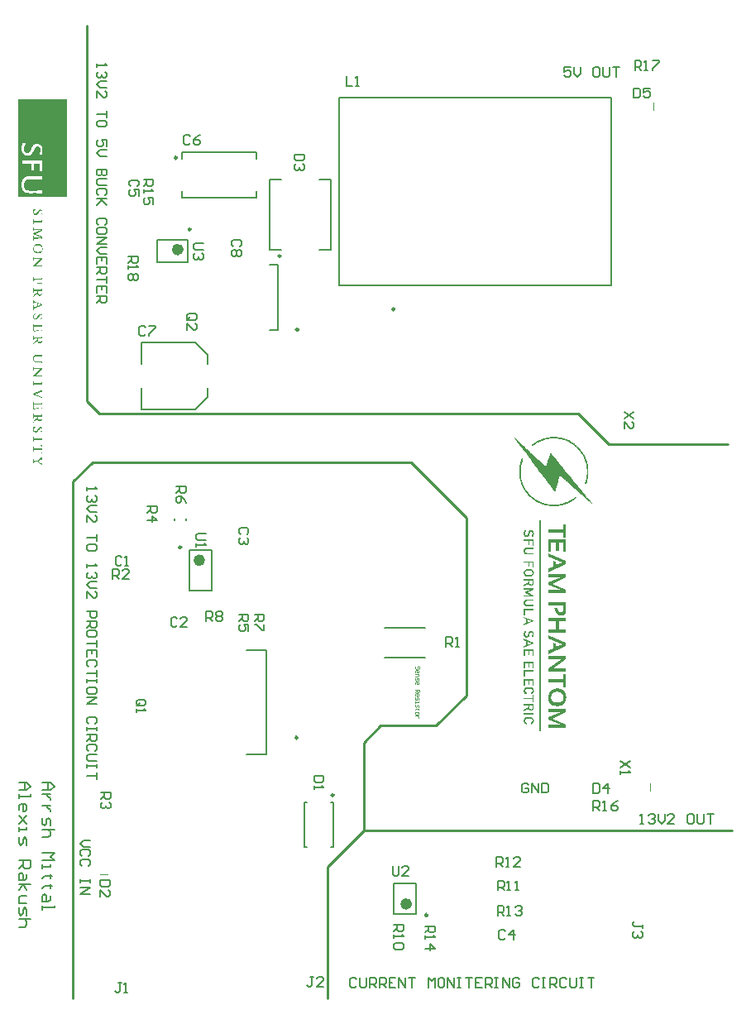
<source format=gto>
G04*
G04 #@! TF.GenerationSoftware,Altium Limited,Altium Designer,18.1.11 (251)*
G04*
G04 Layer_Color=65535*
%FSLAX25Y25*%
%MOIN*%
G70*
G01*
G75*
%ADD10C,0.00984*%
%ADD11C,0.02362*%
%ADD12C,0.01000*%
%ADD13C,0.00787*%
%ADD14C,0.00197*%
%ADD15C,0.00591*%
%ADD16C,0.00354*%
G36*
X322200Y226274D02*
X322476Y226257D01*
X322769Y226240D01*
X323097Y226223D01*
X323460Y226171D01*
X323822Y226136D01*
X324219Y226067D01*
X325030Y225912D01*
X325859Y225705D01*
X325876D01*
X325962Y225670D01*
X326083Y225636D01*
X326239Y225584D01*
X326429Y225515D01*
X326653Y225429D01*
X326912Y225325D01*
X327205Y225204D01*
X327516Y225066D01*
X327844Y224911D01*
X328534Y224566D01*
X329276Y224151D01*
X330001Y223668D01*
X330019Y223651D01*
X330088Y223599D01*
X330191Y223530D01*
X330329Y223409D01*
X330485Y223288D01*
X330692Y223116D01*
X330899Y222943D01*
X331140Y222719D01*
X331399Y222495D01*
X331658Y222253D01*
X331934Y221977D01*
X332211Y221683D01*
X332763Y221062D01*
X333298Y220389D01*
X333315Y220372D01*
X333350Y220302D01*
X333419Y220199D01*
X333505Y220061D01*
X333626Y219871D01*
X333747Y219664D01*
X333885Y219422D01*
X334040Y219163D01*
X334195Y218870D01*
X334351Y218559D01*
X334506Y218214D01*
X334679Y217869D01*
X334990Y217109D01*
X335248Y216315D01*
Y216298D01*
X335283Y216212D01*
X335317Y216091D01*
X335352Y215936D01*
X335404Y215746D01*
X335455Y215504D01*
X335507Y215228D01*
X335559Y214935D01*
X335628Y214607D01*
X335680Y214261D01*
X335732Y213882D01*
X335766Y213502D01*
X335818Y212673D01*
Y211707D01*
X335801Y211586D01*
Y211414D01*
X335783Y211206D01*
X335749Y210965D01*
X335714Y210689D01*
X335680Y210378D01*
X335628Y210050D01*
X335559Y209687D01*
X335490Y209308D01*
X335404Y208928D01*
X335179Y208117D01*
X335041Y207703D01*
X334886Y207288D01*
X334299Y207495D01*
X334316Y207513D01*
X334334Y207599D01*
X334368Y207703D01*
X334437Y207858D01*
X334489Y208048D01*
X334558Y208290D01*
X334644Y208548D01*
X334731Y208842D01*
X334800Y209153D01*
X334886Y209498D01*
X334955Y209843D01*
X335024Y210223D01*
X335145Y211017D01*
X335179Y211431D01*
X335197Y211845D01*
Y212415D01*
X335179Y212656D01*
Y212915D01*
X335162Y213209D01*
X335128Y213519D01*
X335093Y213864D01*
X335041Y214210D01*
X334990Y214589D01*
X334851Y215349D01*
X334644Y216125D01*
Y216143D01*
X334610Y216212D01*
X334575Y216333D01*
X334524Y216471D01*
X334454Y216661D01*
X334385Y216868D01*
X334282Y217127D01*
X334178Y217386D01*
X334057Y217679D01*
X333919Y217990D01*
X333591Y218646D01*
X333212Y219319D01*
X332763Y220009D01*
X332746Y220026D01*
X332711Y220095D01*
X332642Y220182D01*
X332539Y220320D01*
X332418Y220475D01*
X332262Y220648D01*
X332090Y220855D01*
X331900Y221079D01*
X331693Y221321D01*
X331451Y221580D01*
X331192Y221839D01*
X330916Y222097D01*
X330623Y222374D01*
X330312Y222633D01*
X329639Y223150D01*
X329622Y223168D01*
X329553Y223202D01*
X329449Y223271D01*
X329311Y223375D01*
X329138Y223478D01*
X328948Y223599D01*
X328707Y223737D01*
X328448Y223892D01*
X328172Y224048D01*
X327861Y224220D01*
X327533Y224376D01*
X327188Y224548D01*
X326446Y224842D01*
X325669Y225118D01*
X325652D01*
X325583Y225152D01*
X325462Y225170D01*
X325307Y225221D01*
X325117Y225256D01*
X324892Y225308D01*
X324634Y225360D01*
X324340Y225411D01*
X324029Y225480D01*
X323684Y225532D01*
X323339Y225567D01*
X322976Y225619D01*
X322200Y225670D01*
X321389D01*
X321371D01*
X321285D01*
X321182Y225653D01*
X321026Y225636D01*
X320836Y225619D01*
X320595Y225601D01*
X320336Y225567D01*
X320060Y225532D01*
X319749Y225480D01*
X319404Y225429D01*
X319058Y225360D01*
X318696Y225273D01*
X317937Y225066D01*
X317143Y224807D01*
X317125Y224790D01*
X317056Y224773D01*
X316935Y224721D01*
X316797Y224669D01*
X316608Y224583D01*
X316401Y224497D01*
X316159Y224376D01*
X315900Y224238D01*
X315606Y224100D01*
X315313Y223927D01*
X314674Y223547D01*
X314001Y223116D01*
X313345Y222598D01*
X312914Y223081D01*
X312931Y223098D01*
X313000Y223150D01*
X313104Y223219D01*
X313242Y223323D01*
X313415Y223461D01*
X313622Y223599D01*
X313846Y223772D01*
X314105Y223944D01*
X314398Y224117D01*
X314709Y224307D01*
X315037Y224514D01*
X315382Y224704D01*
X316142Y225066D01*
X316935Y225394D01*
X316953Y225411D01*
X317039Y225429D01*
X317143Y225463D01*
X317315Y225532D01*
X317505Y225584D01*
X317729Y225653D01*
X318006Y225739D01*
X318299Y225808D01*
X318627Y225895D01*
X318955Y225981D01*
X319335Y226050D01*
X319714Y226119D01*
X320508Y226240D01*
X320940Y226274D01*
X321354Y226292D01*
X321389D01*
X321458D01*
X321579D01*
X321751D01*
X321958D01*
X322200Y226274D01*
D02*
G37*
G36*
X306200Y226067D02*
X306252Y226033D01*
X306303Y225964D01*
Y225946D01*
X306321Y225929D01*
X306390Y225843D01*
X306476Y225722D01*
X306562Y225619D01*
X306579Y225601D01*
X306614Y225567D01*
X306683Y225498D01*
X306787Y225411D01*
X306890Y225308D01*
X307028Y225187D01*
X307184Y225032D01*
X307356Y224876D01*
X307736Y224514D01*
X308167Y224117D01*
X308616Y223685D01*
X309100Y223237D01*
X309117Y223219D01*
X309151Y223185D01*
X309220Y223116D01*
X309324Y223029D01*
X309427Y222926D01*
X309565Y222805D01*
X309721Y222667D01*
X309893Y222512D01*
X310273Y222166D01*
X310687Y221769D01*
X311153Y221338D01*
X311619Y220906D01*
X311637Y220889D01*
X311671Y220855D01*
X311740Y220786D01*
X311844Y220699D01*
X311947Y220596D01*
X312086Y220475D01*
X312241Y220337D01*
X312413Y220164D01*
X312793Y219819D01*
X313207Y219405D01*
X313673Y218991D01*
X314139Y218542D01*
X314157Y218525D01*
X314191Y218490D01*
X314260Y218421D01*
X314364Y218335D01*
X314467Y218231D01*
X314605Y218110D01*
X314761Y217972D01*
X314933Y217800D01*
X315313Y217455D01*
X315727Y217057D01*
X316193Y216626D01*
X316659Y216195D01*
X316677Y216177D01*
X316746Y216108D01*
X316832Y216022D01*
X316970Y215918D01*
X317108Y215780D01*
X317264Y215625D01*
X317626Y215280D01*
X317643Y215263D01*
X317712Y215194D01*
X317816Y215107D01*
X317937Y214986D01*
X318092Y214848D01*
X318282Y214710D01*
X318489Y214538D01*
X318696Y214382D01*
Y214400D01*
X318713Y214451D01*
X318748Y214520D01*
X318782Y214624D01*
X318817Y214745D01*
X318869Y214900D01*
X318938Y215073D01*
X318989Y215263D01*
X319145Y215694D01*
X319300Y216160D01*
X319456Y216661D01*
X319628Y217178D01*
Y217196D01*
X319645Y217247D01*
X319680Y217316D01*
X319714Y217420D01*
X319749Y217541D01*
X319801Y217679D01*
X319852Y217851D01*
X319921Y218041D01*
X320077Y218456D01*
X320232Y218939D01*
X320405Y219457D01*
X320595Y219992D01*
X320612Y219957D01*
X320698Y219871D01*
X320802Y219733D01*
X320957Y219543D01*
X321147Y219301D01*
X321371Y219025D01*
X321630Y218714D01*
X321924Y218352D01*
X322234Y217972D01*
X322562Y217575D01*
X322907Y217144D01*
X323270Y216695D01*
X324029Y215763D01*
X324806Y214796D01*
X324823Y214762D01*
X324892Y214676D01*
X325013Y214538D01*
X325168Y214348D01*
X325358Y214123D01*
X325583Y213847D01*
X325824Y213519D01*
X326118Y213174D01*
X326429Y212794D01*
X326757Y212397D01*
X327102Y211966D01*
X327464Y211534D01*
X328224Y210602D01*
X329000Y209636D01*
X329017Y209601D01*
X329104Y209515D01*
X329207Y209377D01*
X329363Y209187D01*
X329553Y208963D01*
X329777Y208686D01*
X330036Y208376D01*
X330312Y208031D01*
X330623Y207651D01*
X330951Y207254D01*
X331296Y206840D01*
X331658Y206391D01*
X332418Y205476D01*
X333194Y204527D01*
X333212Y204492D01*
X333281Y204406D01*
X333402Y204268D01*
X333557Y204078D01*
X333747Y203854D01*
X333971Y203577D01*
X334213Y203267D01*
X334506Y202922D01*
X334817Y202542D01*
X335145Y202145D01*
X335490Y201731D01*
X335853Y201282D01*
X336612Y200350D01*
X337389Y199383D01*
X337371D01*
X337354D01*
X337268Y199366D01*
X337250Y199349D01*
X337199Y199331D01*
X337181Y199349D01*
X337130Y199401D01*
X337043Y199470D01*
X336923Y199573D01*
X336785Y199694D01*
X336612Y199849D01*
X336405Y200022D01*
X336198Y200212D01*
X335956Y200419D01*
X335714Y200643D01*
X335162Y201127D01*
X334575Y201644D01*
X333971Y202179D01*
X333954Y202197D01*
X333902Y202249D01*
X333816Y202318D01*
X333695Y202421D01*
X333557Y202559D01*
X333384Y202714D01*
X333177Y202887D01*
X332970Y203077D01*
X332728Y203301D01*
X332487Y203526D01*
X331934Y204009D01*
X331348Y204527D01*
X330744Y205062D01*
X330726Y205079D01*
X330675Y205131D01*
X330588Y205200D01*
X330467Y205304D01*
X330329Y205442D01*
X330157Y205597D01*
X329950Y205769D01*
X329742Y205959D01*
X329501Y206167D01*
X329259Y206391D01*
X328707Y206891D01*
X328120Y207409D01*
X327516Y207962D01*
X327499Y207979D01*
X327447Y208031D01*
X327361Y208100D01*
X327240Y208203D01*
X327084Y208341D01*
X326912Y208497D01*
X326722Y208669D01*
X326498Y208876D01*
X326256Y209083D01*
X325997Y209308D01*
X325445Y209808D01*
X324858Y210326D01*
X324254Y210878D01*
Y210861D01*
X324236Y210809D01*
X324202Y210706D01*
X324167Y210585D01*
X324133Y210430D01*
X324081Y210240D01*
X324029Y210033D01*
X323960Y209808D01*
X323891Y209567D01*
X323822Y209291D01*
X323667Y208721D01*
X323512Y208117D01*
X323339Y207478D01*
Y207461D01*
X323322Y207409D01*
X323305Y207306D01*
X323270Y207185D01*
X323218Y207030D01*
X323184Y206857D01*
X323132Y206650D01*
X323063Y206408D01*
X322994Y206167D01*
X322925Y205890D01*
X322787Y205304D01*
X322614Y204682D01*
X322442Y204026D01*
Y204044D01*
X322407Y204061D01*
X322321Y204164D01*
X322217Y204320D01*
X322096Y204475D01*
X322062Y204509D01*
X321993Y204596D01*
X321906Y204717D01*
X321786Y204855D01*
X321768Y204889D01*
X321699Y204976D01*
X321596Y205114D01*
X321458Y205304D01*
X321285Y205528D01*
X321078Y205804D01*
X320836Y206115D01*
X320577Y206477D01*
X320301Y206840D01*
X319990Y207254D01*
X319680Y207685D01*
X319335Y208117D01*
X318644Y209049D01*
X317919Y210016D01*
X317902Y210050D01*
X317833Y210136D01*
X317729Y210274D01*
X317591Y210447D01*
X317419Y210689D01*
X317212Y210965D01*
X316970Y211276D01*
X316711Y211621D01*
X316418Y211983D01*
X316124Y212397D01*
X315796Y212812D01*
X315468Y213260D01*
X314761Y214192D01*
X314036Y215159D01*
X314019Y215194D01*
X313949Y215280D01*
X313846Y215418D01*
X313708Y215608D01*
X313535Y215832D01*
X313328Y216108D01*
X313087Y216419D01*
X312828Y216764D01*
X312551Y217144D01*
X312241Y217541D01*
X311930Y217972D01*
X311585Y218421D01*
X310894Y219336D01*
X310170Y220285D01*
X310152Y220320D01*
X310083Y220406D01*
X309980Y220544D01*
X309842Y220734D01*
X309669Y220958D01*
X309462Y221234D01*
X309220Y221562D01*
X308961Y221908D01*
X308685Y222287D01*
X308375Y222684D01*
X308064Y223116D01*
X307736Y223565D01*
X307028Y224497D01*
X306321Y225463D01*
X306303Y225498D01*
X306234Y225567D01*
X306131Y225688D01*
X306010Y225826D01*
X305975Y225860D01*
X305941Y225929D01*
X305924Y225964D01*
Y226015D01*
X305941Y226050D01*
X305975Y226067D01*
X305993D01*
X306010Y226084D01*
X306096D01*
X306148D01*
X306200Y226067D01*
D02*
G37*
G36*
X309548Y217489D02*
X309531Y217472D01*
X309514Y217386D01*
X309462Y217265D01*
X309410Y217109D01*
X309341Y216919D01*
X309255Y216678D01*
X309169Y216419D01*
X309082Y216125D01*
X308979Y215798D01*
X308892Y215452D01*
X308806Y215090D01*
X308720Y214710D01*
X308599Y213899D01*
X308547Y213485D01*
X308513Y213071D01*
Y212846D01*
X308495Y212691D01*
Y212484D01*
X308513Y212242D01*
Y211983D01*
X308530Y211690D01*
X308547Y211362D01*
X308582Y211017D01*
X308616Y210654D01*
X308651Y210274D01*
X308789Y209498D01*
X308979Y208704D01*
Y208686D01*
X309013Y208600D01*
X309048Y208497D01*
X309100Y208341D01*
X309151Y208151D01*
X309238Y207927D01*
X309341Y207685D01*
X309445Y207409D01*
X309565Y207116D01*
X309704Y206805D01*
X310032Y206132D01*
X310429Y205442D01*
X310877Y204734D01*
X310894Y204717D01*
X310929Y204648D01*
X310998Y204544D01*
X311102Y204423D01*
X311223Y204251D01*
X311378Y204061D01*
X311550Y203854D01*
X311740Y203629D01*
X311965Y203370D01*
X312206Y203112D01*
X312465Y202853D01*
X312741Y202576D01*
X313052Y202300D01*
X313363Y202024D01*
X314053Y201506D01*
X314070Y201489D01*
X314139Y201437D01*
X314243Y201368D01*
X314381Y201282D01*
X314554Y201161D01*
X314761Y201040D01*
X315002Y200885D01*
X315279Y200730D01*
X315572Y200574D01*
X315883Y200402D01*
X316211Y200246D01*
X316573Y200074D01*
X317333Y199763D01*
X317729Y199625D01*
X318127Y199504D01*
X318144D01*
X318230Y199470D01*
X318351Y199452D01*
X318506Y199401D01*
X318696Y199366D01*
X318938Y199314D01*
X319197Y199245D01*
X319490Y199194D01*
X319818Y199142D01*
X320163Y199090D01*
X320526Y199038D01*
X320888Y199004D01*
X321682Y198969D01*
X322079Y198952D01*
X322493Y198969D01*
X322511D01*
X322597D01*
X322718Y198986D01*
X322873Y199004D01*
X323063Y199021D01*
X323305Y199038D01*
X323563Y199073D01*
X323857Y199124D01*
X324167Y199176D01*
X324513Y199245D01*
X324875Y199314D01*
X325238Y199401D01*
X326014Y199625D01*
X326808Y199901D01*
X326825Y199918D01*
X326894Y199936D01*
X327015Y199987D01*
X327171Y200056D01*
X327343Y200143D01*
X327568Y200246D01*
X327809Y200367D01*
X328068Y200505D01*
X328362Y200678D01*
X328655Y200850D01*
X328983Y201040D01*
X329311Y201265D01*
X329639Y201489D01*
X329967Y201748D01*
X330312Y202007D01*
X330640Y202300D01*
X331071Y201817D01*
X331054Y201800D01*
X330985Y201748D01*
X330899Y201662D01*
X330761Y201558D01*
X330605Y201437D01*
X330398Y201282D01*
X330174Y201109D01*
X329932Y200937D01*
X329656Y200747D01*
X329345Y200540D01*
X329017Y200350D01*
X328672Y200143D01*
X328310Y199936D01*
X327930Y199746D01*
X327136Y199383D01*
X327119Y199366D01*
X327033Y199349D01*
X326929Y199297D01*
X326757Y199245D01*
X326567Y199176D01*
X326325Y199090D01*
X326049Y199004D01*
X325755Y198917D01*
X325427Y198831D01*
X325065Y198745D01*
X324703Y198658D01*
X324306Y198572D01*
X323477Y198451D01*
X323046Y198399D01*
X322597Y198365D01*
X322562D01*
X322493D01*
X322372D01*
X322200Y198348D01*
X321975Y198365D01*
X321734D01*
X321440D01*
X321130Y198382D01*
X320784Y198417D01*
X320422Y198451D01*
X320025Y198503D01*
X319628Y198555D01*
X318782Y198710D01*
X318351Y198814D01*
X317919Y198934D01*
X317885D01*
X317816Y198969D01*
X317695Y199004D01*
X317522Y199055D01*
X317333Y199124D01*
X317091Y199228D01*
X316815Y199331D01*
X316521Y199435D01*
X316211Y199573D01*
X315865Y199729D01*
X315158Y200091D01*
X314416Y200505D01*
X313673Y200989D01*
X313656Y201006D01*
X313587Y201058D01*
X313484Y201127D01*
X313345Y201230D01*
X313190Y201368D01*
X312983Y201524D01*
X312776Y201713D01*
X312534Y201921D01*
X312275Y202162D01*
X312016Y202404D01*
X311740Y202680D01*
X311464Y202991D01*
X311171Y203301D01*
X310894Y203629D01*
X310360Y204337D01*
X310342Y204354D01*
X310308Y204423D01*
X310239Y204527D01*
X310135Y204682D01*
X310032Y204855D01*
X309893Y205079D01*
X309755Y205321D01*
X309600Y205614D01*
X309445Y205908D01*
X309272Y206236D01*
X309117Y206598D01*
X308961Y206960D01*
X308806Y207357D01*
X308651Y207754D01*
X308513Y208169D01*
X308392Y208600D01*
Y208617D01*
X308375Y208635D01*
Y208686D01*
X308357Y208755D01*
X308306Y208945D01*
X308254Y209187D01*
X308202Y209463D01*
X308133Y209774D01*
X308064Y210119D01*
X308012Y210464D01*
Y210499D01*
X307995Y210550D01*
Y210620D01*
X307978Y210809D01*
X307943Y211034D01*
X307926Y211327D01*
X307891Y211638D01*
X307874Y211983D01*
Y212570D01*
X307891Y212691D01*
Y213001D01*
X307909Y213191D01*
X307943Y213605D01*
X307995Y214072D01*
X308064Y214572D01*
X308150Y215090D01*
Y215107D01*
X308167Y215159D01*
X308185Y215228D01*
X308202Y215314D01*
X308237Y215452D01*
X308271Y215591D01*
X308306Y215746D01*
X308357Y215936D01*
X308478Y216333D01*
X308616Y216781D01*
X308789Y217265D01*
X308979Y217748D01*
X309548Y217489D01*
D02*
G37*
G36*
X310756Y188475D02*
X310739Y188458D01*
X310722Y188441D01*
X310687Y188389D01*
X310636Y188320D01*
X310532Y188164D01*
X310446Y187957D01*
Y187940D01*
X310429Y187905D01*
X310411Y187854D01*
Y187767D01*
X310377Y187577D01*
X310360Y187336D01*
Y187198D01*
X310377Y187111D01*
X310411Y186922D01*
X310446Y186835D01*
X310497Y186749D01*
Y186732D01*
X310532Y186714D01*
X310601Y186645D01*
X310739Y186576D01*
X310808Y186542D01*
X310912D01*
X310929D01*
X310946D01*
X311033Y186559D01*
X311153Y186594D01*
X311257Y186680D01*
X311274Y186697D01*
X311343Y186784D01*
X311395Y186904D01*
X311464Y187060D01*
Y187215D01*
X311481Y187319D01*
Y187336D01*
X311499Y187405D01*
Y187508D01*
X311516Y187612D01*
Y187646D01*
X311550Y187750D01*
X311585Y187905D01*
X311654Y188061D01*
X311671Y188095D01*
X311740Y188182D01*
X311827Y188285D01*
X311930Y188406D01*
X311965Y188423D01*
X312034Y188475D01*
X312137Y188544D01*
X312258Y188613D01*
X312275D01*
X312293Y188630D01*
X312379Y188648D01*
X312500Y188665D01*
X312655Y188682D01*
X312672D01*
X312707D01*
X312759D01*
X312828Y188665D01*
X312983Y188648D01*
X313138Y188596D01*
X313156D01*
X313173Y188578D01*
X313276Y188527D01*
X313397Y188441D01*
X313518Y188320D01*
X313553Y188285D01*
X313604Y188216D01*
X313673Y188078D01*
X313742Y187923D01*
Y187905D01*
X313760Y187871D01*
X313777Y187819D01*
X313794Y187750D01*
X313811Y187577D01*
X313829Y187370D01*
Y187215D01*
X313811Y187129D01*
X313794Y186887D01*
X313725Y186645D01*
Y186628D01*
X313708Y186594D01*
X313691Y186525D01*
X313656Y186438D01*
X313553Y186249D01*
X313432Y186041D01*
X312914Y186387D01*
Y186404D01*
X312948Y186421D01*
X313000Y186525D01*
X313069Y186663D01*
X313138Y186853D01*
Y186870D01*
X313156Y186904D01*
Y186956D01*
X313173Y187008D01*
X313207Y187180D01*
X313242Y187388D01*
Y187474D01*
X313225Y187560D01*
X313190Y187646D01*
Y187664D01*
X313173Y187716D01*
X313087Y187854D01*
X313069Y187871D01*
X313052Y187905D01*
X313000Y187957D01*
X312914Y188009D01*
X312897Y188026D01*
X312845Y188043D01*
X312759Y188061D01*
X312655Y188078D01*
X312638D01*
X312603D01*
X312551Y188061D01*
X312482Y188026D01*
X312465Y188009D01*
X312431Y187992D01*
X312327Y187923D01*
X312310Y187905D01*
X312293Y187871D01*
X312241Y187819D01*
X312206Y187750D01*
Y187733D01*
X312189Y187681D01*
X312172Y187595D01*
X312137Y187491D01*
Y187474D01*
X312120Y187422D01*
X312103Y187353D01*
X312086Y187284D01*
Y186973D01*
X312068Y186922D01*
X312051Y186853D01*
X311999Y186697D01*
X311930Y186542D01*
Y186525D01*
X311913Y186507D01*
X311861Y186421D01*
X311775Y186300D01*
X311671Y186197D01*
X311637Y186179D01*
X311568Y186110D01*
X311447Y186041D01*
X311309Y185990D01*
X311274Y185972D01*
X311188Y185955D01*
X311067Y185938D01*
X310912Y185921D01*
X310894D01*
X310808Y185938D01*
X310705Y185955D01*
X310584Y185990D01*
X310446Y186024D01*
X310290Y186110D01*
X310152Y186197D01*
X310032Y186318D01*
X310014Y186335D01*
X309980Y186387D01*
X309945Y186456D01*
X309893Y186576D01*
X309824Y186714D01*
X309790Y186887D01*
X309755Y187094D01*
X309738Y187336D01*
Y187508D01*
X309755Y187612D01*
X309773Y187750D01*
X309790Y187888D01*
X309876Y188182D01*
Y188199D01*
X309911Y188251D01*
X309928Y188320D01*
X309980Y188406D01*
X310118Y188648D01*
X310290Y188907D01*
X310756Y188475D01*
D02*
G37*
G36*
X326808Y185644D02*
X325669D01*
Y187698D01*
X319680D01*
Y189027D01*
X325669D01*
Y191081D01*
X326808D01*
Y185644D01*
D02*
G37*
G36*
X313794Y182417D02*
X313242D01*
Y184384D01*
X312051D01*
Y182693D01*
X311499D01*
Y184384D01*
X309773D01*
Y184988D01*
X313794D01*
Y182417D01*
D02*
G37*
G36*
X326808Y180018D02*
X325669D01*
Y183590D01*
X323857D01*
Y180173D01*
X322683D01*
Y183608D01*
X320802D01*
Y179949D01*
X319680D01*
Y184902D01*
X326808D01*
Y180018D01*
D02*
G37*
G36*
X313794Y181122D02*
X311223D01*
X311205D01*
X311188D01*
X311084D01*
X310964Y181105D01*
X310843Y181070D01*
X310825Y181053D01*
X310756Y181019D01*
X310653Y180967D01*
X310567Y180881D01*
X310549Y180863D01*
X310497Y180794D01*
X310446Y180725D01*
X310394Y180622D01*
Y180604D01*
X310377Y180535D01*
X310360Y180432D01*
Y180173D01*
X310377Y180069D01*
X310394Y179966D01*
X310411Y179949D01*
X310429Y179879D01*
X310497Y179793D01*
X310567Y179707D01*
X310584Y179690D01*
X310653Y179638D01*
X310739Y179586D01*
X310843Y179534D01*
X310877Y179517D01*
X310946Y179500D01*
X311067Y179482D01*
X311223Y179465D01*
X313794D01*
Y178844D01*
X311119D01*
X311102D01*
X311067D01*
X311015D01*
X310946Y178861D01*
X310756Y178896D01*
X310567Y178965D01*
X310549D01*
X310532Y178982D01*
X310429Y179034D01*
X310273Y179137D01*
X310118Y179275D01*
X310083Y179310D01*
X310014Y179396D01*
X309911Y179552D01*
X309824Y179724D01*
Y179741D01*
X309807Y179776D01*
X309790Y179828D01*
Y179897D01*
X309755Y180069D01*
X309738Y180294D01*
Y180397D01*
X309755Y180484D01*
X309773Y180656D01*
X309824Y180846D01*
Y180863D01*
X309842Y180881D01*
X309893Y181001D01*
X309997Y181140D01*
X310118Y181312D01*
X310135D01*
X310152Y181347D01*
X310256Y181433D01*
X310394Y181536D01*
X310567Y181640D01*
X310584D01*
X310618Y181657D01*
X310670Y181675D01*
X310739Y181692D01*
X310912Y181726D01*
X311119Y181744D01*
X313794D01*
Y181122D01*
D02*
G37*
G36*
X326808Y176289D02*
Y174874D01*
X319680Y171785D01*
Y173217D01*
X321613Y174028D01*
Y176393D01*
X322752Y175961D01*
Y174512D01*
X325445Y175616D01*
X319680Y177981D01*
Y179344D01*
X326808Y176289D01*
D02*
G37*
G36*
X313794Y173562D02*
X313242D01*
Y175530D01*
X312051D01*
Y173838D01*
X311499D01*
Y175530D01*
X309773D01*
Y176134D01*
X313794D01*
Y173562D01*
D02*
G37*
G36*
X312362Y172924D02*
X312379D01*
X312396D01*
X312500Y172906D01*
X312620D01*
X312724D01*
X312741D01*
X312793Y172889D01*
X312931Y172855D01*
X312948D01*
X313000Y172837D01*
X313121Y172768D01*
X313138Y172751D01*
X313207Y172717D01*
X313276Y172665D01*
X313380Y172579D01*
X313397Y172561D01*
X313466Y172492D01*
X313535Y172406D01*
X313622Y172302D01*
X313639Y172268D01*
X313691Y172199D01*
X313742Y172095D01*
X313777Y171957D01*
Y171940D01*
X313794Y171923D01*
X313811Y171819D01*
X313829Y171681D01*
Y171353D01*
X313811Y171215D01*
X313777Y171060D01*
Y171025D01*
X313742Y170939D01*
X313691Y170818D01*
X313622Y170697D01*
X313604Y170663D01*
X313553Y170611D01*
X313484Y170507D01*
X313380Y170421D01*
X313363Y170404D01*
X313294Y170352D01*
X313207Y170283D01*
X313121Y170231D01*
X313104Y170214D01*
X313069Y170197D01*
X313000Y170179D01*
X312931Y170145D01*
X312914D01*
X312879Y170128D01*
X312810Y170110D01*
X312724Y170093D01*
X312707D01*
X312638D01*
X312517D01*
X312362Y170076D01*
X312344D01*
X312327D01*
X312275D01*
X312206Y170059D01*
X312034D01*
X311809D01*
X311792D01*
X311740D01*
X311671D01*
X311585D01*
X311395D01*
X311188Y170076D01*
X311171D01*
X311153D01*
X311067D01*
X310946Y170093D01*
X310843D01*
X310825D01*
X310774Y170110D01*
X310705Y170128D01*
X310618Y170145D01*
X310601D01*
X310567Y170162D01*
X310446Y170231D01*
X310429Y170248D01*
X310377Y170283D01*
X310290Y170335D01*
X310204Y170421D01*
X310187Y170438D01*
X310135Y170507D01*
X310049Y170594D01*
X309963Y170697D01*
X309945Y170732D01*
X309911Y170801D01*
X309842Y170922D01*
X309790Y171060D01*
Y171094D01*
X309773Y171180D01*
X309755Y171336D01*
X309738Y171508D01*
Y171646D01*
X309755Y171802D01*
X309790Y171957D01*
X309807Y171992D01*
X309842Y172078D01*
X309893Y172181D01*
X309963Y172302D01*
X309980Y172320D01*
X310032Y172389D01*
X310118Y172492D01*
X310204Y172579D01*
X310221Y172596D01*
X310273Y172648D01*
X310360Y172717D01*
X310446Y172768D01*
X310463D01*
X310480Y172786D01*
X310549Y172803D01*
X310567D01*
X310584Y172820D01*
X310636Y172855D01*
X310653D01*
X310722Y172872D01*
X310739D01*
X310756Y172889D01*
X310843Y172906D01*
X310860D01*
X310929D01*
X311033D01*
X311188Y172924D01*
X311205D01*
X311240D01*
X311292D01*
X311361D01*
X311447Y172941D01*
X311550D01*
X311809D01*
X311827D01*
X311861D01*
X311930D01*
X311999D01*
X312189D01*
X312362Y172924D01*
D02*
G37*
G36*
X313794Y167332D02*
X313760Y167193D01*
X313725Y167038D01*
Y167021D01*
X313708Y167004D01*
X313691Y166917D01*
X313639Y166779D01*
X313553Y166641D01*
Y166624D01*
X313518Y166607D01*
X313449Y166537D01*
X313328Y166451D01*
X313173Y166365D01*
X313156D01*
X313138Y166348D01*
X313035Y166313D01*
X312879Y166279D01*
X312690Y166244D01*
X312672D01*
X312620D01*
X312534Y166261D01*
X312448D01*
X312206Y166330D01*
X312086Y166382D01*
X311982Y166451D01*
X311965D01*
X311930Y166486D01*
X311878Y166537D01*
X311827Y166589D01*
X311757Y166676D01*
X311688Y166779D01*
X311619Y166900D01*
X311550Y167038D01*
X309773Y166089D01*
Y166831D01*
X311499Y167659D01*
Y168453D01*
X309773D01*
Y169075D01*
X313794D01*
Y167332D01*
D02*
G37*
G36*
X326808Y169541D02*
X321389Y167142D01*
X326808Y164743D01*
Y163414D01*
X319680D01*
Y164639D01*
X324616D01*
X319680Y166589D01*
Y167711D01*
X324616Y169679D01*
X319680D01*
Y170922D01*
X326808D01*
Y169541D01*
D02*
G37*
G36*
X313794Y164743D02*
X311188Y163569D01*
X313794Y162430D01*
Y161843D01*
X309773D01*
Y162464D01*
X312293D01*
Y162499D01*
X310360Y163327D01*
Y163845D01*
X312293Y164673D01*
Y164708D01*
X309773D01*
Y165312D01*
X313794D01*
Y164743D01*
D02*
G37*
G36*
Y160186D02*
X311223D01*
X311205D01*
X311188D01*
X311084D01*
X310964Y160169D01*
X310843Y160134D01*
X310825Y160117D01*
X310756Y160082D01*
X310653Y160030D01*
X310567Y159944D01*
X310549Y159927D01*
X310497Y159858D01*
X310446Y159789D01*
X310394Y159685D01*
Y159668D01*
X310377Y159599D01*
X310360Y159495D01*
Y159237D01*
X310377Y159133D01*
X310394Y159012D01*
X310411Y158978D01*
X310429Y158926D01*
X310497Y158840D01*
X310567Y158771D01*
X310584Y158753D01*
X310653Y158702D01*
X310739Y158650D01*
X310843Y158598D01*
X310877Y158581D01*
X310946Y158563D01*
X311067Y158546D01*
X311223Y158529D01*
X313794D01*
Y157907D01*
X311119D01*
X311102D01*
X311067D01*
X311015D01*
X310946Y157925D01*
X310756Y157959D01*
X310567Y158028D01*
X310549D01*
X310532Y158046D01*
X310429Y158097D01*
X310273Y158201D01*
X310118Y158339D01*
X310083Y158374D01*
X310014Y158460D01*
X309911Y158615D01*
X309824Y158788D01*
Y158805D01*
X309807Y158840D01*
X309790Y158891D01*
Y158960D01*
X309755Y159133D01*
X309738Y159357D01*
Y159461D01*
X309755Y159547D01*
X309773Y159720D01*
X309824Y159910D01*
Y159927D01*
X309842Y159944D01*
X309893Y160065D01*
X309997Y160203D01*
X310118Y160376D01*
X310135D01*
X310152Y160410D01*
X310256Y160496D01*
X310394Y160600D01*
X310567Y160704D01*
X310584D01*
X310618Y160721D01*
X310670Y160738D01*
X310739Y160755D01*
X310912Y160790D01*
X311119Y160807D01*
X313794D01*
Y160186D01*
D02*
G37*
G36*
X326808Y156285D02*
X326774Y156095D01*
X326739Y155854D01*
X326687Y155595D01*
X326584Y155318D01*
X326463Y155060D01*
X326290Y154835D01*
X326273Y154818D01*
X326204Y154749D01*
X326083Y154663D01*
X325911Y154559D01*
X325704Y154455D01*
X325445Y154369D01*
X325134Y154300D01*
X324772Y154283D01*
X324754D01*
X324720D01*
X324668D01*
X324599Y154300D01*
X324392Y154317D01*
X324150Y154369D01*
X323874Y154473D01*
X323581Y154611D01*
X323305Y154783D01*
X323166Y154904D01*
X323028Y155042D01*
X322994Y155077D01*
X322959Y155129D01*
X322925Y155180D01*
X322873Y155267D01*
X322804Y155353D01*
X322735Y155474D01*
X322666Y155595D01*
X322597Y155750D01*
X322528Y155923D01*
X322442Y156113D01*
X322372Y156302D01*
X322303Y156527D01*
X322234Y156768D01*
X322183Y157027D01*
X322131Y157303D01*
X323322Y157476D01*
Y157441D01*
X323356Y157338D01*
X323391Y157165D01*
X323443Y156975D01*
X323512Y156768D01*
X323598Y156544D01*
X323701Y156320D01*
X323822Y156130D01*
X323839Y156113D01*
X323891Y156061D01*
X323960Y155974D01*
X324081Y155888D01*
X324202Y155819D01*
X324357Y155733D01*
X324547Y155681D01*
X324737Y155664D01*
X324754D01*
X324806D01*
X324892Y155681D01*
X324996Y155698D01*
X325220Y155767D01*
X325324Y155819D01*
X325410Y155905D01*
X325427Y155923D01*
X325445Y155940D01*
X325479Y155992D01*
X325531Y156078D01*
X325566Y156164D01*
X325600Y156268D01*
X325617Y156406D01*
X325635Y156561D01*
Y158339D01*
X319680D01*
Y159668D01*
X326808D01*
Y156285D01*
D02*
G37*
G36*
X313794Y156251D02*
X310360D01*
Y154248D01*
X309773D01*
Y156837D01*
X313794D01*
Y156251D01*
D02*
G37*
G36*
Y152350D02*
Y151849D01*
X309773Y150382D01*
Y151021D01*
X310670Y151331D01*
Y152868D01*
X309773Y153178D01*
Y153817D01*
X313794Y152350D01*
D02*
G37*
G36*
X326808Y152108D02*
X323857D01*
Y148570D01*
X326808D01*
Y147241D01*
X319680D01*
Y148570D01*
X322718D01*
Y152108D01*
X319680D01*
Y153420D01*
X326808D01*
Y152108D01*
D02*
G37*
G36*
X310756Y147949D02*
X310739Y147931D01*
X310722Y147914D01*
X310687Y147862D01*
X310636Y147793D01*
X310532Y147621D01*
X310446Y147431D01*
Y147413D01*
X310429Y147379D01*
X310411Y147327D01*
Y147241D01*
X310377Y147051D01*
X310360Y146809D01*
Y146671D01*
X310377Y146585D01*
X310411Y146395D01*
X310446Y146309D01*
X310497Y146222D01*
Y146205D01*
X310532Y146188D01*
X310601Y146119D01*
X310739Y146050D01*
X310808Y146015D01*
X310912D01*
X310929D01*
X310946D01*
X311033Y146033D01*
X311153Y146067D01*
X311257Y146136D01*
X311274Y146153D01*
X311343Y146222D01*
X311395Y146361D01*
X311464Y146533D01*
Y146688D01*
X311481Y146792D01*
Y146809D01*
X311499Y146878D01*
Y146965D01*
X311516Y147051D01*
Y147103D01*
X311533Y147154D01*
X311550Y147206D01*
X311585Y147379D01*
X311654Y147534D01*
X311671Y147569D01*
X311740Y147655D01*
X311827Y147759D01*
X311930Y147862D01*
X311965Y147880D01*
X312034Y147949D01*
X312137Y148018D01*
X312258Y148087D01*
X312275D01*
X312293D01*
X312379Y148104D01*
X312500Y148121D01*
X312655Y148138D01*
X312672D01*
X312707D01*
X312759D01*
X312828Y148121D01*
X312983Y148104D01*
X313138Y148069D01*
X313156D01*
X313173Y148052D01*
X313276Y148000D01*
X313397Y147914D01*
X313518Y147793D01*
Y147776D01*
X313553Y147759D01*
X313604Y147672D01*
X313673Y147534D01*
X313742Y147379D01*
Y147362D01*
X313760Y147344D01*
X313777Y147293D01*
X313794Y147224D01*
X313811Y147051D01*
X313829Y146809D01*
Y146671D01*
X313811Y146585D01*
X313794Y146361D01*
X313725Y146119D01*
Y146102D01*
X313708Y146067D01*
X313691Y145998D01*
X313656Y145912D01*
X313553Y145722D01*
X313432Y145515D01*
X312914Y145860D01*
Y145877D01*
X312948Y145895D01*
X313000Y145998D01*
X313069Y146153D01*
X313138Y146343D01*
Y146361D01*
X313156Y146395D01*
Y146430D01*
X313173Y146499D01*
X313207Y146671D01*
X313242Y146844D01*
Y146930D01*
X313225Y147034D01*
X313190Y147120D01*
Y147137D01*
X313173Y147189D01*
X313087Y147327D01*
X313069Y147344D01*
X313052Y147379D01*
X313000Y147431D01*
X312914Y147483D01*
X312897D01*
X312845Y147500D01*
X312759Y147517D01*
X312655D01*
X312638D01*
X312603D01*
X312482Y147500D01*
X312465D01*
X312431Y147465D01*
X312327Y147396D01*
X312310Y147379D01*
X312293Y147344D01*
X312241Y147293D01*
X312206Y147224D01*
Y147206D01*
X312189Y147154D01*
X312172Y147068D01*
X312137Y146965D01*
Y146947D01*
X312120Y146913D01*
X312103Y146844D01*
X312086Y146775D01*
Y146447D01*
X312068Y146395D01*
X312051Y146326D01*
X311999Y146171D01*
X311930Y146015D01*
Y145998D01*
X311913Y145981D01*
X311861Y145895D01*
X311775Y145774D01*
X311671Y145670D01*
X311637Y145653D01*
X311568Y145584D01*
X311447Y145515D01*
X311309Y145463D01*
X311274Y145446D01*
X311188Y145429D01*
X311067Y145411D01*
X310912Y145394D01*
X310894D01*
X310808D01*
X310705Y145411D01*
X310584Y145446D01*
X310446Y145480D01*
X310290Y145549D01*
X310152Y145636D01*
X310032Y145756D01*
X310014Y145774D01*
X309980Y145826D01*
X309945Y145895D01*
X309893Y146015D01*
X309824Y146171D01*
X309790Y146343D01*
X309755Y146568D01*
X309738Y146809D01*
Y146982D01*
X309755Y147085D01*
X309773Y147224D01*
X309790Y147362D01*
X309876Y147655D01*
Y147672D01*
X309911Y147724D01*
X309928Y147793D01*
X309980Y147880D01*
X310118Y148104D01*
X310290Y148345D01*
X310756Y147949D01*
D02*
G37*
G36*
X326808Y143340D02*
Y141925D01*
X319680Y138818D01*
Y140233D01*
X321613Y141062D01*
Y143426D01*
X322752Y142978D01*
Y141528D01*
X325445Y142667D01*
X319680Y145032D01*
Y146378D01*
X326808Y143340D01*
D02*
G37*
G36*
X313794Y143392D02*
Y142909D01*
X309773Y141424D01*
Y142080D01*
X310670Y142391D01*
Y143927D01*
X309773Y144238D01*
Y144876D01*
X313794Y143392D01*
D02*
G37*
G36*
Y138145D02*
X313242D01*
Y140112D01*
X312086D01*
Y138421D01*
X311516D01*
Y140112D01*
X310360D01*
Y138145D01*
X309773D01*
Y140717D01*
X313794D01*
Y138145D01*
D02*
G37*
G36*
Y133036D02*
X313242D01*
Y135003D01*
X312086D01*
Y133312D01*
X311516D01*
Y135003D01*
X310360D01*
Y133036D01*
X309773D01*
Y135625D01*
X313794D01*
Y133036D01*
D02*
G37*
G36*
X326808Y136643D02*
X321613Y132846D01*
X326808D01*
Y131569D01*
X319680D01*
Y132915D01*
X324961Y136661D01*
X319680D01*
Y137955D01*
X326808D01*
Y136643D01*
D02*
G37*
G36*
X313794Y131569D02*
X310360D01*
Y129601D01*
X309773D01*
Y132173D01*
X313794D01*
Y131569D01*
D02*
G37*
G36*
Y126149D02*
X313242D01*
Y128117D01*
X312086D01*
Y126425D01*
X311516D01*
Y128117D01*
X310360D01*
Y126149D01*
X309773D01*
Y128738D01*
X313794D01*
Y126149D01*
D02*
G37*
G36*
X326808Y125407D02*
X325669D01*
Y127444D01*
X319680D01*
Y128773D01*
X325669D01*
Y130827D01*
X326808D01*
Y125407D01*
D02*
G37*
G36*
X312724Y125390D02*
X312741D01*
X312793Y125372D01*
X312931Y125321D01*
X312948D01*
X313000Y125303D01*
X313121Y125269D01*
X313138Y125252D01*
X313207Y125200D01*
X313276Y125131D01*
X313380Y125045D01*
X313397Y125027D01*
X313466Y124958D01*
X313535Y124872D01*
X313622Y124768D01*
X313639Y124734D01*
X313691Y124665D01*
X313742Y124561D01*
X313777Y124423D01*
Y124406D01*
X313794Y124389D01*
X313811Y124285D01*
X313829Y124147D01*
Y123871D01*
X313811Y123802D01*
X313794Y123646D01*
X313742Y123457D01*
Y123439D01*
X313725Y123405D01*
X313691Y123301D01*
X313604Y123163D01*
X313484Y123008D01*
X313466Y122973D01*
X313380Y122904D01*
X313276Y122818D01*
X313121Y122732D01*
X313104D01*
X313087Y122714D01*
X312983Y122663D01*
X312828Y122611D01*
X312638Y122559D01*
Y123198D01*
X312655D01*
X312707Y123232D01*
X312776Y123267D01*
X312862Y123319D01*
X312879Y123336D01*
X312931Y123370D01*
X313000Y123405D01*
X313069Y123474D01*
X313087Y123491D01*
X313121Y123543D01*
X313156Y123612D01*
X313173Y123698D01*
Y123715D01*
X313190Y123784D01*
X313225Y123871D01*
X313242Y123974D01*
Y123992D01*
X313225Y124043D01*
X313207Y124112D01*
X313190Y124199D01*
Y124250D01*
X313156Y124337D01*
X313138Y124354D01*
X313121Y124389D01*
X313035Y124492D01*
Y124509D01*
X313018Y124527D01*
X312931Y124613D01*
X312914Y124630D01*
X312897Y124647D01*
X312845Y124682D01*
X312776Y124717D01*
X312759D01*
X312724Y124734D01*
X312603Y124768D01*
X312586D01*
X312534Y124786D01*
X312431Y124803D01*
X312293D01*
X312275D01*
X312258D01*
X312155D01*
X311999D01*
X311809D01*
X311792D01*
X311757D01*
X311706D01*
X311637D01*
X311464D01*
X311292D01*
X311257D01*
X311188D01*
X311067Y124786D01*
X310964Y124768D01*
X310946D01*
X310912Y124751D01*
X310843Y124734D01*
X310774Y124717D01*
X310756D01*
X310722Y124682D01*
X310636Y124613D01*
X310618Y124596D01*
X310601Y124578D01*
X310515Y124492D01*
Y124475D01*
X310497Y124440D01*
X310446Y124337D01*
Y124320D01*
X310411Y124302D01*
X310377Y124199D01*
Y124130D01*
X310360Y124061D01*
Y123923D01*
X310377Y123819D01*
X310411Y123681D01*
X310497Y123526D01*
Y123508D01*
X310532Y123491D01*
X310601Y123405D01*
X310739Y123301D01*
X310912Y123198D01*
Y122559D01*
X310894D01*
X310860Y122576D01*
X310808D01*
X310722Y122594D01*
X310549Y122663D01*
X310377Y122749D01*
X310360D01*
X310342Y122766D01*
X310256Y122835D01*
X310135Y122939D01*
X310014Y123077D01*
X309997Y123111D01*
X309945Y123198D01*
X309876Y123336D01*
X309807Y123491D01*
Y123508D01*
X309790Y123526D01*
X309773Y123629D01*
X309755Y123784D01*
X309738Y123974D01*
Y124112D01*
X309755Y124268D01*
X309790Y124423D01*
X309807Y124458D01*
X309842Y124544D01*
X309893Y124647D01*
X309963Y124768D01*
X309980Y124786D01*
X310032Y124855D01*
X310118Y124958D01*
X310204Y125045D01*
X310221Y125062D01*
X310273Y125113D01*
X310360Y125183D01*
X310446Y125269D01*
X310463D01*
X310480D01*
X310549Y125303D01*
X310567D01*
X310584D01*
X310636Y125321D01*
X310653Y125338D01*
X310722Y125372D01*
X310739D01*
X310756D01*
X310843Y125390D01*
X310860D01*
X310929D01*
X311033Y125407D01*
X311188D01*
X311205D01*
X311240D01*
X311292D01*
X311361D01*
X311447D01*
X311550D01*
X311809D01*
X311827D01*
X311861D01*
X311930D01*
X311999D01*
X312189D01*
X312362D01*
X312379D01*
X312396D01*
X312500D01*
X312620D01*
X312724Y125390D01*
D02*
G37*
G36*
X313794Y119418D02*
X313276D01*
Y120522D01*
X309773D01*
Y121144D01*
X313276D01*
Y122248D01*
X313794D01*
Y119418D01*
D02*
G37*
G36*
X323494Y124906D02*
X323650Y124889D01*
X323822Y124872D01*
X324012Y124855D01*
X324219Y124803D01*
X324668Y124699D01*
X325117Y124544D01*
X325341Y124440D01*
X325548Y124320D01*
X325755Y124181D01*
X325928Y124026D01*
X325945Y124009D01*
X325962Y123974D01*
X326014Y123923D01*
X326066Y123854D01*
X326152Y123767D01*
X326221Y123646D01*
X326308Y123508D01*
X326394Y123353D01*
X326480Y123163D01*
X326567Y122973D01*
X326653Y122749D01*
X326722Y122507D01*
X326774Y122248D01*
X326825Y121955D01*
X326843Y121661D01*
X326860Y121334D01*
Y121161D01*
X326843Y121040D01*
X326825Y120885D01*
X326808Y120712D01*
X326791Y120522D01*
X326739Y120333D01*
X326636Y119901D01*
X326463Y119452D01*
X326360Y119245D01*
X326239Y119038D01*
X326101Y118848D01*
X325928Y118675D01*
X325911Y118658D01*
X325893Y118641D01*
X325824Y118589D01*
X325755Y118537D01*
X325669Y118468D01*
X325548Y118399D01*
X325410Y118313D01*
X325238Y118227D01*
X325065Y118158D01*
X324858Y118071D01*
X324634Y118002D01*
X324392Y117933D01*
X324133Y117882D01*
X323839Y117830D01*
X323529Y117813D01*
X323201Y117795D01*
X323184D01*
X323132D01*
X323028D01*
X322907Y117813D01*
X322769Y117830D01*
X322597Y117847D01*
X322407Y117864D01*
X322200Y117899D01*
X321768Y118002D01*
X321320Y118158D01*
X321095Y118261D01*
X320888Y118382D01*
X320698Y118520D01*
X320508Y118675D01*
X320491Y118693D01*
X320474Y118710D01*
X320422Y118762D01*
X320370Y118831D01*
X320301Y118934D01*
X320232Y119038D01*
X320146Y119176D01*
X320060Y119331D01*
X319973Y119504D01*
X319887Y119711D01*
X319818Y119918D01*
X319749Y120160D01*
X319697Y120419D01*
X319645Y120695D01*
X319628Y121006D01*
X319611Y121334D01*
Y121489D01*
X319628Y121610D01*
X319645Y121765D01*
X319663Y121920D01*
X319680Y122110D01*
X319732Y122300D01*
X319835Y122714D01*
X319990Y123146D01*
X320094Y123370D01*
X320215Y123577D01*
X320353Y123767D01*
X320508Y123940D01*
X320526Y123957D01*
X320560Y123974D01*
X320612Y124026D01*
X320681Y124078D01*
X320767Y124147D01*
X320888Y124233D01*
X321026Y124320D01*
X321182Y124406D01*
X321371Y124492D01*
X321561Y124578D01*
X321786Y124665D01*
X322027Y124734D01*
X322286Y124803D01*
X322580Y124855D01*
X322873Y124906D01*
X323201Y124924D01*
X323218D01*
X323287D01*
X323374D01*
X323494Y124906D01*
D02*
G37*
G36*
X313794Y116984D02*
X313760Y116829D01*
X313725Y116673D01*
Y116656D01*
X313708Y116639D01*
X313691Y116553D01*
X313639Y116432D01*
X313553Y116311D01*
Y116294D01*
X313518Y116276D01*
X313449Y116207D01*
X313328Y116104D01*
X313173Y116017D01*
X313156D01*
X313138Y116000D01*
X313035Y115966D01*
X312879Y115931D01*
X312690Y115914D01*
X312672D01*
X312620D01*
X312534Y115931D01*
X312448D01*
X312206Y116000D01*
X312086Y116052D01*
X311982Y116121D01*
X311965D01*
X311930Y116156D01*
X311878Y116207D01*
X311827Y116259D01*
X311757Y116346D01*
X311688Y116449D01*
X311619Y116553D01*
X311550Y116691D01*
X309773Y115759D01*
Y116466D01*
X311499Y117329D01*
Y118089D01*
X309773D01*
Y118710D01*
X313794D01*
Y116984D01*
D02*
G37*
G36*
Y114343D02*
X309773D01*
Y114965D01*
X313794D01*
Y114343D01*
D02*
G37*
G36*
X312362Y113342D02*
X312379D01*
X312396D01*
X312500Y113325D01*
X312620D01*
X312724Y113308D01*
X312741D01*
X312793D01*
X312862Y113290D01*
X312931Y113256D01*
X312948Y113239D01*
X313000Y113221D01*
X313121Y113170D01*
X313138Y113152D01*
X313207Y113118D01*
X313276Y113049D01*
X313380Y112980D01*
X313397Y112962D01*
X313466Y112911D01*
X313535Y112824D01*
X313622Y112721D01*
Y112704D01*
X313639Y112686D01*
X313691Y112600D01*
X313742Y112479D01*
X313777Y112341D01*
Y112324D01*
X313794Y112307D01*
X313811Y112203D01*
X313829Y112065D01*
Y111806D01*
X313811Y111737D01*
X313794Y111564D01*
X313742Y111392D01*
Y111375D01*
X313725Y111357D01*
X313691Y111254D01*
X313604Y111116D01*
X313484Y110960D01*
X313466Y110926D01*
X313380Y110857D01*
X313276Y110770D01*
X313121Y110667D01*
X313104D01*
X313087Y110650D01*
X312983Y110598D01*
X312828Y110529D01*
X312638Y110477D01*
Y111150D01*
X312655D01*
X312707Y111168D01*
X312776Y111202D01*
X312862Y111254D01*
X312879Y111271D01*
X312931Y111288D01*
X313000Y111340D01*
X313069Y111392D01*
X313087Y111409D01*
X313121Y111461D01*
X313156Y111547D01*
X313173Y111651D01*
Y111668D01*
X313190Y111720D01*
X313225Y111806D01*
X313242Y111910D01*
Y111927D01*
X313225Y111979D01*
X313190Y112100D01*
Y112151D01*
X313173Y112220D01*
X313156Y112289D01*
X313138D01*
X313121Y112324D01*
X313035Y112410D01*
Y112427D01*
X313018Y112445D01*
X312931Y112531D01*
X312914Y112548D01*
X312897Y112566D01*
X312845Y112617D01*
X312776Y112652D01*
X312759D01*
X312724Y112669D01*
X312603Y112686D01*
X312586D01*
X312534Y112704D01*
X312431Y112721D01*
X312293Y112738D01*
X312275D01*
X312258D01*
X312155D01*
X311999Y112755D01*
X311809D01*
X311792D01*
X311757D01*
X311706D01*
X311637D01*
X311464D01*
X311292Y112738D01*
X311257D01*
X311188Y112721D01*
X311067Y112704D01*
X310964Y112686D01*
X310946D01*
X310912D01*
X310843Y112669D01*
X310774Y112652D01*
X310756Y112635D01*
X310722Y112617D01*
X310636Y112531D01*
X310618Y112514D01*
X310601Y112496D01*
X310515Y112410D01*
Y112393D01*
X310497Y112376D01*
X310446Y112289D01*
Y112272D01*
X310411Y112220D01*
X310377Y112100D01*
Y112048D01*
X310360Y111979D01*
Y111858D01*
X310377Y111754D01*
X310411Y111599D01*
X310497Y111461D01*
Y111444D01*
X310532Y111426D01*
X310601Y111357D01*
X310739Y111254D01*
X310912Y111150D01*
Y110477D01*
X310894D01*
X310860Y110494D01*
X310808Y110512D01*
X310722Y110529D01*
X310549Y110598D01*
X310377Y110684D01*
X310360D01*
X310342Y110701D01*
X310256Y110770D01*
X310135Y110874D01*
X310014Y110995D01*
X309997Y111029D01*
X309945Y111116D01*
X309876Y111254D01*
X309807Y111409D01*
Y111426D01*
X309790Y111444D01*
X309773Y111547D01*
X309755Y111720D01*
X309738Y111910D01*
Y112048D01*
X309755Y112186D01*
X309790Y112341D01*
X309807Y112376D01*
X309842Y112462D01*
X309893Y112583D01*
X309963Y112721D01*
X309980Y112738D01*
X310032Y112807D01*
X310118Y112893D01*
X310204Y112980D01*
X310221Y112997D01*
X310273Y113049D01*
X310360Y113101D01*
X310446Y113170D01*
X310463D01*
X310480Y113187D01*
X310549Y113221D01*
X310567D01*
X310584D01*
X310636Y113239D01*
X310653Y113256D01*
X310722Y113290D01*
X310739D01*
X310756D01*
X310843Y113308D01*
X310860D01*
X310929Y113325D01*
X311033D01*
X311188Y113342D01*
X311205D01*
X311240D01*
X311292D01*
X311361D01*
X311447Y113359D01*
X311550D01*
X311809D01*
X311827D01*
X311861D01*
X311930D01*
X311999D01*
X312189D01*
X312362Y113342D01*
D02*
G37*
G36*
X326808Y115172D02*
X321389Y112755D01*
X326808Y110373D01*
Y109062D01*
X319680D01*
Y110253D01*
X324616D01*
X319680Y112220D01*
Y113325D01*
X324616Y115327D01*
X319680D01*
Y116535D01*
X326808D01*
Y115172D01*
D02*
G37*
G36*
X316625Y107526D02*
X316021D01*
Y192686D01*
X316625D01*
Y107526D01*
D02*
G37*
G36*
X125551Y322843D02*
X105870D01*
Y362205D01*
X125551D01*
Y322843D01*
D02*
G37*
G36*
X115063Y317901D02*
X115150Y317879D01*
X115366Y317793D01*
X115473Y317728D01*
X115560Y317620D01*
X115581Y317599D01*
X115603Y317577D01*
X115646Y317512D01*
X115689Y317426D01*
X115776Y317210D01*
X115819Y317103D01*
Y316800D01*
X115797Y316692D01*
Y316606D01*
X115754Y316434D01*
Y316390D01*
X115711Y316304D01*
Y316283D01*
X115689Y316239D01*
X115668Y316218D01*
Y316153D01*
X115689Y316131D01*
X115711Y316110D01*
X115754Y316088D01*
Y315937D01*
X114912Y315851D01*
Y316002D01*
X114934D01*
X114977Y316023D01*
X115063Y316067D01*
X115150Y316110D01*
X115171Y316131D01*
X115236Y316153D01*
X115322Y316218D01*
X115409Y316283D01*
X115430Y316304D01*
X115473Y316369D01*
X115538Y316477D01*
X115581Y316585D01*
X115603Y316606D01*
X115624Y316671D01*
X115646Y316779D01*
X115668Y316887D01*
Y316930D01*
X115646Y317016D01*
X115603Y317146D01*
X115495Y317275D01*
X115473Y317297D01*
X115387Y317340D01*
X115258Y317405D01*
X115128Y317426D01*
X115085D01*
X114977Y317405D01*
X114848Y317340D01*
X114697Y317232D01*
Y317210D01*
X114653Y317189D01*
X114610Y317124D01*
X114567Y317038D01*
X114481Y316930D01*
X114373Y316779D01*
X114243Y316606D01*
X114092Y316390D01*
X114071Y316369D01*
X114006Y316283D01*
X113898Y316153D01*
X113725Y315959D01*
Y315937D01*
X113682Y315916D01*
X113618Y315873D01*
X113553Y315808D01*
X113445Y315743D01*
X113315Y315700D01*
X113186Y315678D01*
X113013Y315657D01*
X112992D01*
X112949D01*
X112884Y315678D01*
X112797Y315700D01*
X112690Y315743D01*
X112560Y315786D01*
X112452Y315873D01*
X112323Y315980D01*
X112301Y316002D01*
X112280Y316045D01*
X112236Y316110D01*
X112172Y316196D01*
X112107Y316304D01*
X112064Y316434D01*
X112042Y316606D01*
X112021Y316779D01*
Y316951D01*
X112042Y317059D01*
Y317081D01*
X112064Y317146D01*
X112085Y317297D01*
X112107Y317383D01*
X112128Y317512D01*
X112150D01*
X112172Y317556D01*
Y317664D01*
X112150Y317685D01*
X112128D01*
X112107Y317707D01*
Y317858D01*
X112992Y317923D01*
Y317772D01*
X112970D01*
X112905Y317728D01*
X112819Y317685D01*
X112711Y317642D01*
X112474Y317469D01*
X112366Y317383D01*
X112301Y317275D01*
Y317254D01*
X112280Y317232D01*
X112236Y317103D01*
X112193Y316973D01*
X112172Y316865D01*
Y316822D01*
X112193Y316736D01*
X112236Y316606D01*
X112301Y316434D01*
Y316412D01*
X112323Y316390D01*
X112431Y316304D01*
X112582Y316218D01*
X112690Y316175D01*
X112819D01*
X112841D01*
X112884D01*
X113013Y316196D01*
X113164Y316283D01*
X113251Y316326D01*
X113337Y316412D01*
X113380Y316455D01*
X113488Y316585D01*
X113553Y316671D01*
X113639Y316779D01*
X113725Y316930D01*
X113833Y317081D01*
X113855Y317103D01*
X113898Y317167D01*
X113963Y317254D01*
X114028Y317361D01*
X114222Y317599D01*
X114330Y317707D01*
X114416Y317772D01*
X114438D01*
X114459Y317793D01*
X114567Y317836D01*
X114740Y317901D01*
X114912Y317923D01*
X114934D01*
X114977D01*
X115063Y317901D01*
D02*
G37*
G36*
X115711Y312161D02*
X115560D01*
Y312312D01*
X115538Y312441D01*
X115517Y312549D01*
X115495Y312614D01*
X115473Y312657D01*
X115452Y312679D01*
X115430Y312700D01*
X115387Y312722D01*
X115301D01*
X115150Y312743D01*
X114999D01*
X114955D01*
X114934D01*
X112905D01*
X112776D01*
X112668Y312722D01*
X112582Y312700D01*
X112517Y312679D01*
X112431Y312657D01*
X112409Y312635D01*
X112366Y312571D01*
X112344Y312506D01*
X112323Y312333D01*
X112301Y312204D01*
Y312139D01*
X112128D01*
Y313930D01*
X112301D01*
Y313801D01*
X112323Y313693D01*
X112344Y313607D01*
X112366Y313542D01*
X112388Y313477D01*
X112409Y313456D01*
X112474Y313434D01*
X112539Y313412D01*
X112711Y313369D01*
X112797D01*
X112884D01*
X112927D01*
X112949D01*
X114934D01*
X115063D01*
X115171Y313391D01*
X115258Y313412D01*
X115322D01*
X115409Y313456D01*
X115430Y313477D01*
X115473Y313520D01*
X115517Y313607D01*
X115538Y313758D01*
X115560Y313909D01*
Y313973D01*
X115711D01*
Y312161D01*
D02*
G37*
G36*
X112301Y310413D02*
X112323Y310305D01*
X112366Y310219D01*
X112388Y310197D01*
X112409Y310175D01*
X112474Y310154D01*
X112560Y310132D01*
X112625Y310111D01*
X112646D01*
X112776Y310089D01*
X112884Y310067D01*
X112970Y310046D01*
X112992D01*
X115171Y309895D01*
X115258D01*
X115344D01*
X115430Y309916D01*
X115495Y309938D01*
Y309960D01*
X115517Y310003D01*
X115538Y310067D01*
X115560Y310197D01*
Y310391D01*
X115711D01*
Y309204D01*
X112992Y308061D01*
X115711Y306852D01*
Y305708D01*
X115560D01*
Y305903D01*
X115538Y306032D01*
X115517Y306097D01*
Y306118D01*
X115473Y306161D01*
X115409Y306183D01*
X115344Y306205D01*
X115322D01*
X115279D01*
X115214D01*
X115150D01*
X115128D01*
X115020D01*
X114934D01*
X114891D01*
X114869D01*
X112905Y306097D01*
X112776Y306075D01*
X112668Y306054D01*
X112495Y306032D01*
X112409Y305989D01*
X112388D01*
X112344Y305946D01*
X112323Y305881D01*
X112301Y305687D01*
Y305471D01*
X112128D01*
Y307219D01*
X112301D01*
Y307025D01*
X112323Y306895D01*
X112344Y306809D01*
Y306787D01*
X112409Y306701D01*
X112495Y306658D01*
X112582Y306636D01*
X112603D01*
X112646D01*
X112690D01*
X112733D01*
X112754D01*
X112884D01*
X112927D01*
X112949D01*
X115258Y306787D01*
X112128Y308125D01*
Y308276D01*
X115258Y309636D01*
X112797Y309830D01*
X112690D01*
X112646Y309852D01*
X112625D01*
X112539D01*
X112517D01*
X112452Y309830D01*
X112388Y309765D01*
X112366Y309722D01*
X112344Y309701D01*
X112323Y309571D01*
X112301Y309442D01*
Y309312D01*
X112128D01*
Y310715D01*
X112301D01*
Y310413D01*
D02*
G37*
G36*
X114308Y304111D02*
X114589Y304025D01*
X114826Y303917D01*
X115042Y303809D01*
X115193Y303680D01*
X115301Y303593D01*
X115366Y303507D01*
X115387Y303485D01*
X115538Y303227D01*
X115668Y302989D01*
X115754Y302752D01*
X115797Y302558D01*
X115840Y302385D01*
X115862Y302234D01*
Y302126D01*
X115840Y301867D01*
X115797Y301630D01*
X115711Y301414D01*
X115624Y301198D01*
X115538Y301047D01*
X115452Y300918D01*
X115409Y300831D01*
X115387Y300810D01*
X115193Y300594D01*
X114977Y300443D01*
X114740Y300335D01*
X114502Y300270D01*
X114308Y300205D01*
X114135Y300184D01*
X114028D01*
X114006D01*
X113984D01*
X113618Y300205D01*
X113315Y300292D01*
X113056Y300378D01*
X112841Y300507D01*
X112690Y300615D01*
X112560Y300723D01*
X112495Y300810D01*
X112474Y300831D01*
X112323Y301069D01*
X112215Y301306D01*
X112128Y301543D01*
X112085Y301738D01*
X112042Y301910D01*
X112021Y302040D01*
Y302169D01*
X112042Y302407D01*
X112085Y302644D01*
X112172Y302860D01*
X112258Y303076D01*
X112323Y303248D01*
X112409Y303378D01*
X112452Y303464D01*
X112474Y303485D01*
X112668Y303701D01*
X112905Y303852D01*
X113164Y303982D01*
X113402Y304047D01*
X113639Y304090D01*
X113812Y304111D01*
X113941Y304133D01*
X113963D01*
X113984D01*
X114308Y304111D01*
D02*
G37*
G36*
X115711Y297745D02*
X113013Y295328D01*
X115106D01*
X115214D01*
X115301Y295350D01*
X115366Y295372D01*
X115387D01*
X115473Y295436D01*
X115517Y295501D01*
X115560Y295587D01*
Y295976D01*
X115711D01*
Y294487D01*
X115560D01*
Y294746D01*
X115538Y294832D01*
X115517Y294897D01*
X115473Y294983D01*
X115452Y295005D01*
X115344Y295048D01*
X115236Y295069D01*
X115150D01*
X115106D01*
X112107D01*
Y295285D01*
X115063Y297939D01*
X112862D01*
X112733D01*
X112603Y297918D01*
X112517Y297896D01*
X112452Y297875D01*
X112388Y297832D01*
X112366Y297810D01*
X112344Y297745D01*
X112323Y297659D01*
X112301Y297486D01*
Y297249D01*
X112128D01*
Y298781D01*
X112301D01*
Y298479D01*
X112323Y298414D01*
X112344Y298349D01*
X112366Y298328D01*
X112474Y298263D01*
X112603Y298242D01*
X112711Y298220D01*
X112733D01*
X112754D01*
X115063D01*
X115171D01*
X115279Y298242D01*
X115409Y298285D01*
X115452Y298349D01*
X115473Y298371D01*
X115517Y298501D01*
X115560Y298630D01*
Y298781D01*
X115711D01*
Y297745D01*
D02*
G37*
G36*
Y288034D02*
X114977D01*
Y288185D01*
X115085Y288207D01*
X115171D01*
X115279Y288250D01*
X115322Y288272D01*
X115344D01*
X115430Y288315D01*
X115452Y288336D01*
X115473Y288358D01*
Y288380D01*
X115495Y288423D01*
Y288444D01*
X115517Y288531D01*
Y289523D01*
X114135D01*
Y288638D01*
X114157Y288487D01*
X114179Y288380D01*
X114200Y288315D01*
Y288293D01*
X114286Y288229D01*
X114394Y288207D01*
X114481Y288185D01*
X114524D01*
Y288034D01*
X113531D01*
Y288185D01*
X113682Y288229D01*
X113790Y288272D01*
X113833Y288293D01*
X113855Y288315D01*
X113898Y288380D01*
X113941Y288487D01*
Y289523D01*
X112668D01*
X112539D01*
X112452Y289502D01*
X112409Y289480D01*
X112388D01*
X112366Y289437D01*
X112344Y289372D01*
X112323Y289200D01*
Y289113D01*
X112301Y289049D01*
Y288984D01*
X112128D01*
Y290602D01*
X112301D01*
Y290494D01*
X112323Y290408D01*
X112344Y290300D01*
X112388Y290257D01*
Y290235D01*
X112474Y290192D01*
X112582Y290149D01*
X112668D01*
X112711D01*
X115063D01*
X115171D01*
X115258D01*
X115366Y290171D01*
X115409Y290192D01*
X115430Y290214D01*
X115452Y290235D01*
X115495Y290300D01*
X115538Y290430D01*
X115560Y290538D01*
Y290602D01*
X115711D01*
Y288034D01*
D02*
G37*
G36*
X115668Y285963D02*
X115689Y285747D01*
Y285661D01*
X115711Y285596D01*
Y285531D01*
X115732Y285229D01*
X115754Y284970D01*
Y284711D01*
X115732Y284323D01*
X115689Y284150D01*
X115668Y283999D01*
X115624Y283869D01*
X115581Y283761D01*
X115560Y283697D01*
Y283675D01*
X115473Y283503D01*
X115344Y283373D01*
X115214Y283265D01*
X115063Y283200D01*
X114934Y283157D01*
X114826Y283136D01*
X114740D01*
X114718D01*
X114546Y283157D01*
X114394Y283179D01*
X114286Y283222D01*
X114200Y283287D01*
X114135Y283351D01*
X114092Y283395D01*
X114049Y283416D01*
Y283438D01*
X113941Y283632D01*
X113855Y283783D01*
X113812Y283869D01*
X113790Y283912D01*
X113639Y283783D01*
X113574Y283761D01*
X113553Y283740D01*
X113488Y283697D01*
X113423Y283653D01*
X113207Y283546D01*
X113121Y283503D01*
X113035Y283459D01*
X112970Y283416D01*
X112949D01*
X112797Y283351D01*
X112690Y283287D01*
X112582Y283222D01*
X112517Y283179D01*
X112409Y283092D01*
X112388Y283071D01*
X112301Y282941D01*
X112258Y282812D01*
X112215Y282726D01*
Y282682D01*
X112064D01*
X112107Y282984D01*
X112172Y283200D01*
X112193Y283287D01*
X112215Y283351D01*
X112236Y283373D01*
Y283395D01*
X112301Y283503D01*
X112388Y283610D01*
X112560Y283783D01*
X112646Y283848D01*
X112733Y283912D01*
X112776Y283934D01*
X112797Y283956D01*
X112841Y283977D01*
X112884Y284020D01*
X113035Y284107D01*
X113164Y284171D01*
X113207Y284215D01*
X113229D01*
X113359Y284279D01*
X113445Y284323D01*
X113531Y284366D01*
X113596Y284409D01*
X113661Y284452D01*
X113682D01*
Y284992D01*
X112862D01*
X112754D01*
X112646Y284970D01*
X112517Y284948D01*
X112431Y284927D01*
X112409D01*
X112344Y284840D01*
X112323Y284711D01*
X112301Y284603D01*
Y284344D01*
X112128D01*
Y286178D01*
X112301D01*
Y285919D01*
X112323Y285833D01*
X112366Y285725D01*
X112388Y285682D01*
X112409Y285661D01*
X112517Y285617D01*
X112625Y285574D01*
X112711D01*
X112754D01*
X115106D01*
X115193D01*
X115236Y285596D01*
X115366Y285617D01*
X115387Y285639D01*
X115409D01*
X115452Y285682D01*
X115473Y285725D01*
Y285876D01*
X115495Y286006D01*
X115517Y286135D01*
Y286178D01*
X115668D01*
Y285963D01*
D02*
G37*
G36*
X112323Y281280D02*
X112344Y281193D01*
X112388Y281064D01*
X112452Y280999D01*
X112474Y280978D01*
X112625Y280891D01*
X112797Y280805D01*
X112927Y280740D01*
X112970Y280719D01*
X112992D01*
X115603Y279683D01*
X115819Y279769D01*
Y279187D01*
X112754Y278064D01*
X112582Y278000D01*
X112474Y277935D01*
X112409Y277913D01*
X112388Y277892D01*
X112366Y277849D01*
X112344Y277784D01*
X112323Y277633D01*
X112301Y277525D01*
Y277460D01*
X112128D01*
Y279187D01*
X112301D01*
Y279035D01*
X112323Y278927D01*
Y278798D01*
X112366Y278690D01*
X112431Y278625D01*
X112495Y278604D01*
X112517D01*
X112603D01*
X112690Y278625D01*
X112733Y278647D01*
X112754D01*
X112905Y278712D01*
X112970Y278733D01*
X112992D01*
X113682Y278992D01*
Y280179D01*
X113207Y280373D01*
X113121Y280416D01*
X113035Y280438D01*
X112949Y280460D01*
X112927Y280481D01*
X112797Y280503D01*
X112711Y280524D01*
X112625D01*
X112603D01*
X112474Y280503D01*
X112409Y280438D01*
X112366Y280373D01*
X112344Y280352D01*
X112323Y280222D01*
X112301Y280093D01*
Y279963D01*
X112128D01*
Y281388D01*
X112301D01*
X112323Y281280D01*
D02*
G37*
G36*
X112992Y275691D02*
X112797Y275604D01*
X112646Y275539D01*
X112539Y275453D01*
X112452Y275388D01*
X112388Y275324D01*
X112344Y275259D01*
X112301Y275237D01*
Y275216D01*
X112236Y275022D01*
X112193Y274870D01*
X112172Y274784D01*
Y274763D01*
X112193Y274633D01*
X112236Y274504D01*
X112280Y274396D01*
X112301Y274353D01*
X112366Y274266D01*
X112452Y274180D01*
X112603Y274115D01*
X112733Y274072D01*
X112776D01*
X112797D01*
X112927D01*
X113035Y274115D01*
X113207Y274180D01*
X113294Y274266D01*
X113337Y274288D01*
Y274309D01*
X113423Y274396D01*
X113510Y274504D01*
X113661Y274741D01*
X113725Y274827D01*
X113790Y274914D01*
X113812Y274978D01*
X113833Y275000D01*
X113963Y275194D01*
X114071Y275345D01*
X114179Y275453D01*
X114265Y275539D01*
X114330Y275604D01*
X114373Y275647D01*
X114416Y275691D01*
X114610Y275777D01*
X114761Y275820D01*
X114869Y275842D01*
X114912D01*
X115063Y275820D01*
X115193Y275798D01*
X115387Y275691D01*
X115517Y275604D01*
X115560Y275583D01*
Y275561D01*
X115646Y275453D01*
X115711Y275324D01*
X115797Y275108D01*
Y275000D01*
X115819Y274935D01*
Y274719D01*
X115797Y274655D01*
Y274547D01*
X115776Y274460D01*
X115754Y274396D01*
Y274353D01*
X115732Y274309D01*
X115711Y274288D01*
Y274266D01*
X115689Y274201D01*
X115668Y274158D01*
Y274072D01*
X115689Y274050D01*
X115711Y274029D01*
X115732D01*
X115754D01*
Y273878D01*
X114912Y273813D01*
Y273964D01*
X115063Y274029D01*
X115106Y274050D01*
X115128Y274072D01*
X115236Y274115D01*
X115322Y274158D01*
X115387Y274201D01*
X115409Y274223D01*
X115473Y274331D01*
X115538Y274417D01*
X115560Y274504D01*
X115581Y274525D01*
X115624Y274633D01*
X115668Y274719D01*
Y274806D01*
X115646Y274978D01*
X115581Y275108D01*
X115517Y275216D01*
X115495Y275237D01*
X115366Y275324D01*
X115258Y275367D01*
X115171Y275388D01*
X115128D01*
X114955Y275345D01*
X114826Y275280D01*
X114718Y275216D01*
X114697Y275173D01*
X114632Y275065D01*
X114524Y274957D01*
X114330Y274676D01*
X114243Y274547D01*
X114157Y274439D01*
X114114Y274374D01*
X114092Y274353D01*
X113984Y274201D01*
X113876Y274050D01*
X113769Y273942D01*
X113747Y273921D01*
X113725Y273899D01*
X113618Y273813D01*
X113510Y273727D01*
X113272Y273662D01*
X113186Y273640D01*
X113100Y273619D01*
X113035D01*
X113013D01*
X112884Y273640D01*
X112754Y273662D01*
X112539Y273748D01*
X112452Y273813D01*
X112388Y273856D01*
X112344Y273878D01*
X112323Y273899D01*
X112215Y274007D01*
X112150Y274137D01*
X112064Y274417D01*
X112042Y274525D01*
X112021Y274633D01*
Y274827D01*
X112042Y274914D01*
Y275000D01*
X112064Y275108D01*
X112085Y275237D01*
X112128Y275367D01*
Y275410D01*
X112172Y275453D01*
Y275583D01*
X112150Y275604D01*
X112128Y275626D01*
X112107Y275647D01*
Y275755D01*
X112992Y275885D01*
Y275691D01*
D02*
G37*
G36*
X115711Y269001D02*
X114934Y268957D01*
Y269109D01*
X115063Y269152D01*
X115171Y269173D01*
X115258Y269216D01*
X115322Y269238D01*
X115387Y269303D01*
X115409Y269324D01*
X115473Y269432D01*
X115495Y269562D01*
X115517Y269691D01*
Y270662D01*
X114049D01*
Y269734D01*
X114071Y269605D01*
X114092Y269519D01*
X114114Y269476D01*
Y269454D01*
X114157Y269411D01*
X114200Y269389D01*
X114330Y269346D01*
X114438Y269303D01*
X114459D01*
X114481D01*
Y269152D01*
X113402D01*
Y269303D01*
X113596Y269346D01*
X113704Y269389D01*
X113769Y269411D01*
X113790Y269432D01*
X113812Y269476D01*
X113833Y269519D01*
X113876Y269648D01*
Y270662D01*
X112668D01*
X112539Y270641D01*
X112452Y270619D01*
X112409Y270598D01*
X112388D01*
X112344Y270511D01*
X112323Y270403D01*
Y269648D01*
X112344Y269454D01*
X112388Y269303D01*
X112409Y269216D01*
X112431Y269195D01*
X112495Y269130D01*
X112582Y269087D01*
X112776Y269001D01*
X112862Y268957D01*
X112949Y268936D01*
X112992Y268914D01*
X113013D01*
Y268763D01*
X112128Y268850D01*
Y271806D01*
X112301D01*
Y271482D01*
X112323Y271418D01*
X112344Y271353D01*
X112366Y271331D01*
X112474Y271267D01*
X112603Y271245D01*
X112711Y271223D01*
X112733D01*
X112754D01*
X115106D01*
X115214D01*
X115301Y271245D01*
X115409Y271288D01*
X115452Y271331D01*
X115473Y271353D01*
X115495Y271396D01*
X115517Y271461D01*
X115560Y271612D01*
Y271806D01*
X115711D01*
Y269001D01*
D02*
G37*
G36*
X115668Y266821D02*
X115689Y266627D01*
Y266541D01*
X115711Y266476D01*
Y266411D01*
X115732Y266131D01*
X115754Y265850D01*
Y265569D01*
X115732Y265181D01*
X115689Y264987D01*
X115668Y264836D01*
X115624Y264706D01*
X115581Y264598D01*
X115560Y264534D01*
Y264512D01*
X115473Y264339D01*
X115344Y264210D01*
X115214Y264124D01*
X115063Y264059D01*
X114934Y264016D01*
X114826Y263994D01*
X114740D01*
X114718D01*
X114546Y264016D01*
X114394Y264037D01*
X114286Y264081D01*
X114200Y264145D01*
X114135Y264210D01*
X114092Y264253D01*
X114049Y264275D01*
Y264296D01*
X113941Y264491D01*
X113855Y264641D01*
X113812Y264728D01*
X113790Y264771D01*
X113639Y264641D01*
X113574Y264620D01*
X113553Y264598D01*
X113488Y264555D01*
X113423Y264512D01*
X113207Y264404D01*
X113121Y264361D01*
X113035Y264318D01*
X112970Y264275D01*
X112949D01*
X112797Y264210D01*
X112690Y264145D01*
X112582Y264081D01*
X112517Y264037D01*
X112409Y263951D01*
X112388Y263929D01*
X112301Y263800D01*
X112258Y263670D01*
X112215Y263584D01*
Y263541D01*
X112064D01*
X112107Y263843D01*
X112172Y264059D01*
X112193Y264145D01*
X112215Y264210D01*
X112236Y264231D01*
Y264253D01*
X112301Y264361D01*
X112388Y264469D01*
X112560Y264641D01*
X112646Y264706D01*
X112733Y264771D01*
X112776Y264793D01*
X112797Y264814D01*
X112841Y264836D01*
X112884Y264879D01*
X113035Y264965D01*
X113164Y265052D01*
X113207Y265073D01*
X113229D01*
X113359Y265138D01*
X113445Y265203D01*
X113531Y265246D01*
X113596Y265289D01*
X113661Y265332D01*
X113682Y265354D01*
Y265850D01*
X112862D01*
X112754D01*
X112646D01*
X112517Y265828D01*
X112431Y265807D01*
X112409D01*
X112344Y265721D01*
X112323Y265613D01*
X112301Y265505D01*
Y265224D01*
X112128D01*
Y267037D01*
X112301D01*
Y266929D01*
X112323Y266735D01*
X112366Y266627D01*
X112388Y266562D01*
X112409Y266541D01*
X112517Y266497D01*
X112625Y266454D01*
X112711D01*
X112754D01*
X115106D01*
X115193D01*
X115236D01*
X115366Y266476D01*
X115387Y266497D01*
X115409D01*
X115452Y266562D01*
X115473Y266605D01*
Y266756D01*
X115495Y266886D01*
X115517Y266994D01*
Y267037D01*
X115668D01*
Y266821D01*
D02*
G37*
G36*
X115711Y258124D02*
X115560D01*
Y258254D01*
X115538Y258362D01*
X115517Y258448D01*
X115495Y258513D01*
X115452Y258599D01*
X115430Y258621D01*
X115322Y258685D01*
X115193Y258707D01*
X115063Y258729D01*
X115042D01*
X115020D01*
X113531D01*
X113380D01*
X113251D01*
X113164D01*
X113121D01*
X112970Y258707D01*
X112862Y258664D01*
X112776Y258642D01*
X112754Y258621D01*
X112646Y258534D01*
X112539Y258448D01*
X112474Y258362D01*
X112452Y258340D01*
X112366Y258146D01*
X112323Y257930D01*
X112301Y257844D01*
Y257693D01*
X112323Y257520D01*
X112366Y257347D01*
X112388Y257196D01*
X112409Y257175D01*
Y257153D01*
X112452Y257024D01*
X112517Y256938D01*
X112668Y256765D01*
X112797Y256679D01*
X112841Y256657D01*
X112862D01*
X112992Y256614D01*
X113121Y256592D01*
X113229D01*
X113272D01*
X113445D01*
X113574D01*
X113661D01*
X113682D01*
X114912D01*
X115063D01*
X115171Y256614D01*
X115258D01*
X115322Y256635D01*
X115409Y256657D01*
X115430Y256679D01*
X115473Y256722D01*
X115517Y256786D01*
X115538Y256959D01*
X115560Y257045D01*
Y257196D01*
X115711D01*
Y255729D01*
X115560D01*
Y255966D01*
X115538Y256053D01*
X115517Y256117D01*
X115473Y256204D01*
X115452Y256225D01*
X115344Y256269D01*
X115236Y256290D01*
X115150Y256312D01*
X115106D01*
X113596D01*
X113445D01*
X113294D01*
X113164Y256333D01*
X113143D01*
X113121D01*
X112949Y256355D01*
X112797Y256398D01*
X112690Y256441D01*
X112646Y256463D01*
X112517Y256549D01*
X112409Y256635D01*
X112236Y256851D01*
X112193Y256938D01*
X112150Y257024D01*
X112128Y257067D01*
Y257088D01*
X112064Y257369D01*
X112042Y257607D01*
X112021Y257693D01*
Y257909D01*
X112042Y258016D01*
X112064Y258254D01*
X112085Y258340D01*
Y258426D01*
X112107Y258491D01*
Y258513D01*
X112172Y258664D01*
X112236Y258815D01*
X112409Y259031D01*
X112495Y259096D01*
X112582Y259160D01*
X112625Y259182D01*
X112646Y259203D01*
X112776Y259246D01*
X112905Y259268D01*
X112992Y259290D01*
X113035D01*
X113186Y259311D01*
X113294D01*
X113380D01*
X113402D01*
X115020D01*
X115128D01*
X115236Y259333D01*
X115366Y259354D01*
X115430Y259376D01*
X115452Y259398D01*
X115495Y259441D01*
X115517Y259506D01*
X115538Y259700D01*
X115560Y259786D01*
Y259937D01*
X115711D01*
Y258124D01*
D02*
G37*
G36*
Y253463D02*
X113013Y251046D01*
X115106D01*
X115214D01*
X115301Y251068D01*
X115366Y251089D01*
X115387D01*
X115473Y251154D01*
X115517Y251219D01*
X115560Y251305D01*
Y251672D01*
X115711D01*
Y250204D01*
X115560D01*
Y250442D01*
X115538Y250528D01*
X115517Y250593D01*
X115473Y250679D01*
X115452Y250701D01*
X115344Y250744D01*
X115236Y250766D01*
X115150Y250787D01*
X115106D01*
X112107D01*
Y250981D01*
X115063Y253614D01*
X112862D01*
X112733D01*
X112603Y253593D01*
X112517Y253571D01*
X112452Y253549D01*
X112388Y253528D01*
X112366Y253506D01*
X112344Y253442D01*
X112323Y253377D01*
X112301Y253204D01*
Y252967D01*
X112128D01*
Y254477D01*
X112301D01*
Y254154D01*
X112323Y254089D01*
X112344Y254024D01*
X112366Y254003D01*
X112474Y253938D01*
X112603Y253916D01*
X112711Y253895D01*
X112733D01*
X112754D01*
X115063D01*
X115171D01*
X115279Y253916D01*
X115409Y253959D01*
X115452Y254024D01*
X115473Y254046D01*
X115517Y254175D01*
X115560Y254326D01*
Y254477D01*
X115711D01*
Y253463D01*
D02*
G37*
G36*
Y246903D02*
X115560D01*
Y247032D01*
X115538Y247162D01*
X115517Y247248D01*
X115495Y247313D01*
X115452Y247377D01*
X115430Y247399D01*
X115387Y247421D01*
X115301Y247442D01*
X115150Y247464D01*
X114999D01*
X114955D01*
X114934D01*
X112905D01*
X112776D01*
X112668Y247442D01*
X112582Y247421D01*
X112517Y247399D01*
X112431Y247377D01*
X112409Y247356D01*
X112366Y247313D01*
X112344Y247227D01*
X112323Y247075D01*
X112301Y246924D01*
Y246860D01*
X112128D01*
Y248672D01*
X112301D01*
Y248543D01*
X112323Y248435D01*
X112344Y248349D01*
X112366Y248284D01*
X112388Y248219D01*
X112409Y248198D01*
X112474Y248154D01*
X112539Y248133D01*
X112711Y248111D01*
X112797Y248090D01*
X112884D01*
X112927D01*
X112949D01*
X114934D01*
X115063D01*
X115171Y248111D01*
X115258Y248133D01*
X115322Y248154D01*
X115409Y248198D01*
X115430Y248219D01*
X115473Y248262D01*
X115517Y248349D01*
X115538Y248500D01*
X115560Y248629D01*
Y248694D01*
X115711D01*
Y246903D01*
D02*
G37*
G36*
Y243752D02*
X115560D01*
Y244011D01*
X115538Y244097D01*
Y244141D01*
X115495Y244248D01*
X115452Y244292D01*
X115387Y244313D01*
X115366D01*
X115279D01*
X115258D01*
X115236D01*
X115193Y244292D01*
X115128Y244248D01*
X115085Y244227D01*
X115063Y244205D01*
X112754Y243320D01*
X115020Y242522D01*
X115150Y242457D01*
X115214Y242436D01*
X115258Y242414D01*
X115344Y242393D01*
X115366D01*
X115452Y242414D01*
X115517Y242479D01*
X115538Y242565D01*
Y242587D01*
X115560Y242738D01*
Y243018D01*
X115711D01*
Y241594D01*
X115560D01*
X115538Y241767D01*
X115517Y241875D01*
X115473Y241961D01*
X115452Y241983D01*
X115409Y242026D01*
X115344Y242069D01*
X115171Y242155D01*
X115085Y242177D01*
X114999Y242220D01*
X114955Y242242D01*
X114934D01*
X112064Y243320D01*
Y243666D01*
X115128Y244853D01*
X115236Y244896D01*
X115322Y244939D01*
X115430Y245025D01*
X115473Y245090D01*
X115495Y245112D01*
X115538Y245219D01*
X115560Y245349D01*
Y245479D01*
X115711D01*
Y243752D01*
D02*
G37*
G36*
Y237559D02*
X114934Y237515D01*
Y237667D01*
X115063Y237710D01*
X115171Y237731D01*
X115258Y237774D01*
X115322Y237796D01*
X115387Y237861D01*
X115409Y237882D01*
X115473Y238012D01*
X115495Y238163D01*
X115517Y238292D01*
Y239199D01*
X114049D01*
Y238335D01*
X114071Y238184D01*
X114092Y238077D01*
X114114Y238033D01*
Y238012D01*
X114157Y237969D01*
X114200Y237947D01*
X114330Y237926D01*
X114438Y237904D01*
X114459D01*
X114481D01*
Y237710D01*
X113402D01*
Y237904D01*
X113596Y237926D01*
X113704Y237947D01*
X113769Y237969D01*
X113790Y237990D01*
X113812Y238033D01*
X113833Y238077D01*
X113876Y238206D01*
Y239199D01*
X112668D01*
X112539D01*
X112452Y239177D01*
X112409Y239156D01*
X112388D01*
X112344Y239069D01*
X112323Y238961D01*
Y238206D01*
X112344Y238033D01*
X112388Y237882D01*
X112409Y237796D01*
X112431Y237774D01*
X112495Y237710D01*
X112582Y237645D01*
X112776Y237559D01*
X112862Y237515D01*
X112949Y237494D01*
X112992Y237472D01*
X113013D01*
Y237321D01*
X112128Y237408D01*
Y240364D01*
X112301D01*
Y240040D01*
X112323Y239976D01*
X112344Y239911D01*
X112366Y239889D01*
X112474Y239825D01*
X112603Y239803D01*
X112711Y239781D01*
X112733D01*
X112754D01*
X115106D01*
X115214D01*
X115301Y239803D01*
X115409Y239846D01*
X115452Y239911D01*
X115473Y239932D01*
X115517Y240062D01*
X115560Y240191D01*
Y240364D01*
X115711D01*
Y237559D01*
D02*
G37*
G36*
X115668Y235379D02*
X115689Y235185D01*
Y235099D01*
X115711Y235034D01*
Y234969D01*
X115732Y234688D01*
X115754Y234408D01*
Y234127D01*
X115732Y233739D01*
X115689Y233545D01*
X115668Y233394D01*
X115624Y233264D01*
X115581Y233156D01*
X115560Y233092D01*
Y233070D01*
X115473Y232897D01*
X115344Y232768D01*
X115214Y232682D01*
X115063Y232617D01*
X114934Y232574D01*
X114826Y232552D01*
X114740D01*
X114718D01*
X114546Y232574D01*
X114394Y232595D01*
X114286Y232638D01*
X114200Y232703D01*
X114135Y232768D01*
X114092Y232811D01*
X114049Y232833D01*
Y232854D01*
X113941Y233048D01*
X113855Y233200D01*
X113812Y233286D01*
X113790Y233329D01*
X113639Y233200D01*
X113574Y233156D01*
X113553Y233135D01*
X113488Y233092D01*
X113423Y233048D01*
X113207Y232941D01*
X113121Y232897D01*
X113035Y232876D01*
X112970Y232833D01*
X112949D01*
X112797Y232768D01*
X112690Y232703D01*
X112582Y232638D01*
X112517Y232595D01*
X112409Y232509D01*
X112388Y232487D01*
X112301Y232358D01*
X112258Y232228D01*
X112215Y232142D01*
Y232099D01*
X112064D01*
X112107Y232401D01*
X112172Y232617D01*
X112193Y232703D01*
X112215Y232768D01*
X112236Y232789D01*
Y232811D01*
X112301Y232919D01*
X112388Y233027D01*
X112560Y233200D01*
X112646Y233264D01*
X112733Y233329D01*
X112776Y233350D01*
X112797Y233372D01*
X112841Y233394D01*
X112884Y233437D01*
X113035Y233523D01*
X113164Y233610D01*
X113207Y233631D01*
X113229D01*
X113359Y233696D01*
X113445Y233739D01*
X113531Y233782D01*
X113596Y233825D01*
X113661Y233869D01*
X113682D01*
Y234408D01*
X112862D01*
X112754D01*
X112646Y234386D01*
X112517Y234365D01*
X112431Y234343D01*
X112409D01*
X112344Y234257D01*
X112323Y234127D01*
X112301Y234019D01*
Y233761D01*
X112128D01*
Y235595D01*
X112301D01*
Y235336D01*
X112323Y235250D01*
X112366Y235142D01*
X112388Y235099D01*
X112409Y235077D01*
X112517Y235034D01*
X112625Y234991D01*
X112711D01*
X112754D01*
X115106D01*
X115193D01*
X115236Y235012D01*
X115366Y235034D01*
X115387Y235055D01*
X115409D01*
X115452Y235099D01*
X115473Y235142D01*
Y235293D01*
X115495Y235422D01*
X115517Y235552D01*
Y235595D01*
X115668D01*
Y235379D01*
D02*
G37*
G36*
X112992Y230135D02*
X112797Y230049D01*
X112646Y229984D01*
X112539Y229898D01*
X112452Y229811D01*
X112388Y229747D01*
X112344Y229682D01*
X112301Y229660D01*
Y229639D01*
X112236Y229445D01*
X112193Y229315D01*
X112172Y229229D01*
Y229207D01*
X112193Y229078D01*
X112236Y228948D01*
X112280Y228840D01*
X112301Y228797D01*
X112366Y228711D01*
X112452Y228625D01*
X112603Y228560D01*
X112733Y228517D01*
X112776D01*
X112797D01*
X112927D01*
X113035Y228560D01*
X113207Y228625D01*
X113294Y228711D01*
X113337Y228732D01*
Y228754D01*
X113510Y228970D01*
X113661Y229186D01*
X113725Y229293D01*
X113790Y229380D01*
X113812Y229423D01*
X113833Y229445D01*
X113963Y229639D01*
X114071Y229790D01*
X114179Y229898D01*
X114265Y229984D01*
X114330Y230049D01*
X114373Y230092D01*
X114416Y230135D01*
X114610Y230221D01*
X114761Y230265D01*
X114869Y230286D01*
X114912D01*
X115063Y230265D01*
X115193Y230243D01*
X115387Y230135D01*
X115517Y230049D01*
X115560Y230027D01*
Y230006D01*
X115646Y229898D01*
X115711Y229790D01*
X115797Y229574D01*
Y229466D01*
X115819Y229401D01*
Y229142D01*
X115797Y229099D01*
Y228991D01*
X115776Y228905D01*
X115754Y228862D01*
Y228840D01*
X115732Y228754D01*
X115711Y228732D01*
Y228711D01*
X115689Y228646D01*
X115668Y228603D01*
Y228538D01*
X115689Y228517D01*
X115711Y228495D01*
X115732D01*
X115754D01*
Y228322D01*
X114912Y228258D01*
Y228409D01*
X115063Y228473D01*
X115106Y228495D01*
X115128Y228517D01*
X115236Y228560D01*
X115322Y228603D01*
X115387Y228646D01*
X115409Y228668D01*
X115473Y228776D01*
X115538Y228862D01*
X115560Y228948D01*
X115581Y228970D01*
X115624Y229078D01*
X115668Y229164D01*
Y229250D01*
X115646Y229445D01*
X115581Y229574D01*
X115517Y229660D01*
X115495Y229682D01*
X115366Y229768D01*
X115258Y229811D01*
X115171Y229833D01*
X115128D01*
X114955Y229790D01*
X114826Y229725D01*
X114718Y229660D01*
X114697Y229617D01*
X114632Y229509D01*
X114524Y229380D01*
X114330Y229099D01*
X114243Y228970D01*
X114157Y228862D01*
X114114Y228776D01*
X114092Y228754D01*
X113984Y228625D01*
X113876Y228495D01*
X113769Y228387D01*
X113747Y228344D01*
X113725D01*
X113618Y228258D01*
X113510Y228171D01*
X113272Y228107D01*
X113186Y228085D01*
X113100Y228063D01*
X113035D01*
X113013D01*
X112884Y228085D01*
X112754Y228107D01*
X112539Y228215D01*
X112452Y228279D01*
X112388Y228322D01*
X112344Y228344D01*
X112323Y228366D01*
X112215Y228473D01*
X112150Y228603D01*
X112064Y228884D01*
X112042Y228991D01*
X112021Y229099D01*
Y229293D01*
X112042Y229380D01*
Y229445D01*
X112064Y229553D01*
X112085Y229703D01*
X112128Y229833D01*
Y229876D01*
X112172Y229898D01*
Y230027D01*
X112150Y230049D01*
X112128Y230070D01*
X112107Y230092D01*
Y230221D01*
X112992Y230329D01*
Y230135D01*
D02*
G37*
G36*
X115711Y224416D02*
X115560D01*
Y224568D01*
X115538Y224697D01*
X115517Y224783D01*
X115495Y224848D01*
X115452Y224934D01*
X115430Y224956D01*
X115387Y224977D01*
X115301Y224999D01*
X115150Y225021D01*
X114999D01*
X114955D01*
X114934D01*
X112905D01*
X112776D01*
X112668Y224999D01*
X112582Y224977D01*
X112517Y224956D01*
X112431Y224913D01*
X112409Y224891D01*
X112366Y224826D01*
X112344Y224762D01*
X112323Y224589D01*
X112301Y224438D01*
Y224373D01*
X112128D01*
Y226186D01*
X112301D01*
Y226057D01*
X112323Y225949D01*
X112344Y225862D01*
X112366Y225798D01*
X112388Y225733D01*
X112409Y225711D01*
X112474Y225668D01*
X112539Y225646D01*
X112711Y225625D01*
X112797Y225603D01*
X112884D01*
X112927D01*
X112949D01*
X114934D01*
X115063D01*
X115171Y225625D01*
X115258Y225646D01*
X115322Y225668D01*
X115409Y225711D01*
X115430Y225733D01*
X115473Y225776D01*
X115517Y225862D01*
X115538Y226013D01*
X115560Y226143D01*
Y226208D01*
X115711D01*
Y224416D01*
D02*
G37*
G36*
X115819Y222863D02*
Y222755D01*
X115797Y222712D01*
X115776D01*
X115754Y222668D01*
Y222647D01*
X115711Y222582D01*
Y219971D01*
X115732Y219906D01*
Y219863D01*
X115776Y219777D01*
X115819Y219755D01*
Y219647D01*
X114912Y219561D01*
Y219712D01*
X115042Y219755D01*
X115150Y219777D01*
X115279Y219842D01*
X115366Y219885D01*
X115387Y219906D01*
X115473Y219992D01*
X115495Y220100D01*
X115517Y220208D01*
Y220942D01*
X112797D01*
X112690D01*
X112582Y220920D01*
X112452Y220899D01*
X112388Y220877D01*
X112366Y220856D01*
X112344Y220791D01*
X112323Y220726D01*
X112301Y220532D01*
Y220295D01*
X112128D01*
Y222215D01*
X112301D01*
Y222064D01*
X112323Y221935D01*
Y221848D01*
X112344Y221784D01*
X112366Y221697D01*
Y221676D01*
X112474Y221611D01*
X112603Y221589D01*
X112711Y221568D01*
X112733D01*
X112754D01*
X115517D01*
Y222302D01*
X115495Y222431D01*
X115473Y222539D01*
X115452Y222582D01*
X115430Y222604D01*
X115387Y222647D01*
X115322Y222668D01*
X115150Y222733D01*
X115063Y222755D01*
X114977Y222776D01*
X114934Y222798D01*
X114912D01*
Y222949D01*
X115819Y222863D01*
D02*
G37*
G36*
X115711Y216842D02*
X115560D01*
Y217209D01*
X115538Y217230D01*
X115517D01*
X115473Y217252D01*
X115452Y217273D01*
X115430Y217295D01*
X115409D01*
X115366Y217273D01*
X115301Y217252D01*
X115258Y217230D01*
X115236D01*
X115106Y217122D01*
X115085Y217101D01*
X115063D01*
X113876Y216346D01*
X114977Y215676D01*
X115063Y215633D01*
X115150Y215590D01*
X115193Y215547D01*
X115214D01*
X115301Y215504D01*
X115344Y215482D01*
X115387D01*
X115409D01*
X115473Y215504D01*
X115517Y215547D01*
X115538Y215612D01*
Y215633D01*
X115560Y215741D01*
Y215914D01*
X115711D01*
Y214598D01*
X115560D01*
Y214727D01*
X115538Y214813D01*
Y214900D01*
X115517Y214964D01*
X115495Y215029D01*
X115473Y215051D01*
X115387Y215137D01*
X115279Y215223D01*
X115171Y215288D01*
X115150Y215331D01*
X115128D01*
X113596Y216216D01*
X112862D01*
X112754D01*
X112646Y216194D01*
X112517Y216173D01*
X112431Y216151D01*
X112409D01*
X112344Y216065D01*
X112323Y215935D01*
X112301Y215849D01*
Y215569D01*
X112128D01*
Y217425D01*
X112301D01*
Y217144D01*
X112323Y217036D01*
Y216971D01*
X112344Y216928D01*
X112366Y216885D01*
X112388Y216863D01*
X112431Y216842D01*
X112495Y216820D01*
X112646Y216799D01*
X112754D01*
X112797D01*
X112819D01*
X113596D01*
X115214Y217878D01*
X115366Y217986D01*
X115452Y218072D01*
X115495Y218115D01*
Y218137D01*
X115517Y218180D01*
X115538Y218245D01*
X115560Y218396D01*
Y218611D01*
X115711D01*
Y216842D01*
D02*
G37*
%LPC*%
G36*
X311999Y172337D02*
X311809D01*
X311792D01*
X311757D01*
X311706D01*
X311637D01*
X311464D01*
X311292Y172320D01*
X311257D01*
X311188Y172302D01*
X311067D01*
X310964D01*
X310946D01*
X310912Y172285D01*
X310843Y172251D01*
X310774Y172233D01*
X310756Y172216D01*
X310722Y172199D01*
X310636Y172113D01*
X310618D01*
X310601Y172095D01*
X310515Y172026D01*
Y172009D01*
X310497Y171974D01*
X310446Y171871D01*
Y171854D01*
X310411Y171819D01*
X310394Y171767D01*
X310377Y171698D01*
Y171629D01*
X310360Y171508D01*
Y171353D01*
X310377Y171284D01*
Y171267D01*
X310394Y171232D01*
X310446Y171129D01*
Y171111D01*
X310463Y171077D01*
X310515Y170991D01*
X310532Y170973D01*
X310549Y170956D01*
X310636Y170887D01*
X310653Y170870D01*
X310670Y170852D01*
X310774Y170783D01*
X310791Y170766D01*
X310843Y170749D01*
X310964Y170697D01*
X310981D01*
X311050D01*
X311153D01*
X311292Y170680D01*
X311309D01*
X311326D01*
X311430Y170663D01*
X311602D01*
X311809D01*
X311827D01*
X311861D01*
X311913D01*
X311982D01*
X312137D01*
X312293Y170680D01*
X312310D01*
X312327D01*
X312413D01*
X312517Y170697D01*
X312603D01*
X312620D01*
X312655Y170714D01*
X312776Y170783D01*
X312793D01*
X312828Y170801D01*
X312879Y170835D01*
X312931Y170887D01*
X312948D01*
X312966Y170904D01*
X313035Y170991D01*
X313052Y171008D01*
X313069Y171025D01*
X313156Y171129D01*
Y171146D01*
X313173Y171180D01*
X313190Y171284D01*
Y171301D01*
X313207Y171336D01*
X313225Y171422D01*
X313242Y171508D01*
Y171526D01*
X313225Y171560D01*
X313207Y171629D01*
X313190Y171698D01*
Y171750D01*
X313156Y171871D01*
X313138Y171888D01*
X313121Y171923D01*
X313035Y172026D01*
X313018Y172061D01*
X312931Y172113D01*
X312914Y172130D01*
X312897Y172147D01*
X312845Y172199D01*
X312776Y172233D01*
X312759D01*
X312724Y172251D01*
X312603Y172302D01*
X312586D01*
X312534D01*
X312431D01*
X312293Y172320D01*
X312275D01*
X312258D01*
X312155D01*
X311999Y172337D01*
D02*
G37*
G36*
X313276Y168453D02*
X312051D01*
Y167401D01*
X312068Y167314D01*
X312086Y167211D01*
X312103Y167193D01*
X312120Y167124D01*
X312172Y167073D01*
X312224Y167004D01*
X312241Y166986D01*
X312293Y166952D01*
X312362Y166917D01*
X312431Y166883D01*
X312448Y166866D01*
X312500Y166848D01*
X312586Y166831D01*
X312690D01*
X312724D01*
X312776D01*
X312862Y166848D01*
X312948Y166883D01*
X312966D01*
X313018Y166917D01*
X313087Y166969D01*
X313156Y167038D01*
X313173Y167055D01*
X313190Y167090D01*
X313207Y167142D01*
X313242Y167228D01*
Y167245D01*
X313259Y167297D01*
X313276Y167383D01*
Y168453D01*
D02*
G37*
G36*
X311223Y152678D02*
Y151521D01*
X312966Y152108D01*
X311223Y152678D01*
D02*
G37*
G36*
Y143737D02*
Y142563D01*
X312966Y143150D01*
X311223Y143737D01*
D02*
G37*
G36*
X323235Y123543D02*
X323218D01*
X323184D01*
X323115D01*
X323028Y123526D01*
X322925D01*
X322821Y123508D01*
X322545Y123474D01*
X322234Y123405D01*
X321941Y123301D01*
X321630Y123180D01*
X321371Y122991D01*
X321337Y122956D01*
X321268Y122887D01*
X321182Y122749D01*
X321061Y122576D01*
X320940Y122335D01*
X320853Y122058D01*
X320784Y121713D01*
X320750Y121334D01*
Y121230D01*
X320767Y121161D01*
X320784Y120954D01*
X320836Y120729D01*
X320905Y120453D01*
X321009Y120194D01*
X321164Y119936D01*
X321371Y119711D01*
X321406Y119694D01*
X321492Y119625D01*
X321630Y119539D01*
X321837Y119435D01*
X322113Y119349D01*
X322424Y119262D01*
X322804Y119193D01*
X323235Y119176D01*
X323253D01*
X323287D01*
X323356D01*
X323443D01*
X323546Y119193D01*
X323650Y119211D01*
X323926Y119245D01*
X324219Y119314D01*
X324530Y119401D01*
X324823Y119539D01*
X325082Y119711D01*
X325117Y119728D01*
X325186Y119815D01*
X325272Y119936D01*
X325393Y120108D01*
X325514Y120350D01*
X325600Y120626D01*
X325669Y120954D01*
X325704Y121334D01*
Y121437D01*
X325686Y121506D01*
X325669Y121713D01*
X325635Y121955D01*
X325548Y122231D01*
X325445Y122490D01*
X325289Y122766D01*
X325082Y122991D01*
X325048Y123008D01*
X324961Y123077D01*
X324823Y123163D01*
X324616Y123267D01*
X324357Y123370D01*
X324047Y123457D01*
X323667Y123526D01*
X323235Y123543D01*
D02*
G37*
G36*
X313276Y118089D02*
X312051D01*
Y117070D01*
X312068Y116967D01*
X312086Y116863D01*
X312103Y116846D01*
X312120Y116794D01*
X312224Y116656D01*
X312241Y116639D01*
X312293Y116604D01*
X312362Y116553D01*
X312431Y116535D01*
X312448D01*
X312500Y116518D01*
X312586Y116501D01*
X312690D01*
X312724D01*
X312776D01*
X312862Y116518D01*
X312948Y116553D01*
X312966D01*
X313018Y116587D01*
X313087Y116622D01*
X313156Y116691D01*
X313173Y116708D01*
X313190Y116742D01*
X313207Y116812D01*
X313242Y116881D01*
Y116898D01*
X313259Y116949D01*
X313276Y117036D01*
Y118089D01*
D02*
G37*
G36*
X107877Y344811D02*
Y344790D01*
X107856Y344746D01*
X107812Y344660D01*
X107769Y344552D01*
X107661Y344337D01*
X107575Y344121D01*
Y344099D01*
X107554Y344077D01*
Y344013D01*
X107532Y343927D01*
X107489Y343711D01*
X107446Y343408D01*
Y343365D01*
X107424Y343279D01*
X107403Y343128D01*
X107381Y342977D01*
Y342437D01*
X107403Y342286D01*
X107424Y342092D01*
X107446Y341876D01*
X107489Y341639D01*
X107554Y341402D01*
X107640Y341164D01*
X107661Y341143D01*
X107683Y341056D01*
X107748Y340948D01*
X107834Y340797D01*
X107942Y340625D01*
X108071Y340452D01*
X108244Y340279D01*
X108417Y340107D01*
X108438Y340085D01*
X108482Y340064D01*
X108546Y340020D01*
X108633Y339956D01*
X108870Y339826D01*
X109129Y339718D01*
X109151D01*
X109194Y339697D01*
X109280Y339675D01*
X109366Y339632D01*
X109625Y339589D01*
X109906Y339567D01*
X109927D01*
X109949D01*
X110100D01*
X110273Y339611D01*
X110467Y339654D01*
X110488D01*
X110510Y339675D01*
X110640Y339697D01*
X110812Y339783D01*
X110985Y339891D01*
X111006D01*
X111028Y339913D01*
X111136Y339999D01*
X111309Y340150D01*
X111481Y340366D01*
X111503Y340387D01*
X111524Y340430D01*
X111567Y340495D01*
X111632Y340603D01*
X111718Y340733D01*
X111805Y340884D01*
X111913Y341078D01*
X112021Y341294D01*
X112042Y341337D01*
X112085Y341423D01*
X112172Y341574D01*
X112258Y341769D01*
X112452Y342135D01*
X112539Y342308D01*
X112603Y342437D01*
Y342459D01*
X112625Y342481D01*
X112690Y342588D01*
X112797Y342740D01*
X112905Y342891D01*
X112949Y342934D01*
X113035Y343020D01*
X113164Y343128D01*
X113315Y343257D01*
X113337D01*
X113359Y343279D01*
X113467Y343322D01*
X113661Y343365D01*
X113876Y343387D01*
X113898D01*
X113963D01*
X114071Y343365D01*
X114179Y343344D01*
X114330Y343301D01*
X114459Y343236D01*
X114589Y343150D01*
X114718Y343042D01*
X114740Y343020D01*
X114761Y342977D01*
X114804Y342891D01*
X114869Y342804D01*
X114934Y342653D01*
X114977Y342502D01*
X114999Y342330D01*
X115020Y342114D01*
Y342006D01*
X114999Y341876D01*
X114977Y341725D01*
Y341682D01*
X114955Y341574D01*
X114934Y341445D01*
X114912Y341294D01*
Y341272D01*
X114891Y341250D01*
X114826Y341121D01*
X114761Y340948D01*
X114675Y340797D01*
X114653Y340754D01*
X114610Y340646D01*
X114502Y340474D01*
X114330Y340236D01*
X114351D01*
X114373D01*
X114459Y340215D01*
X114567Y340172D01*
X114653Y340150D01*
X114675D01*
X114740Y340128D01*
X114826Y340085D01*
X114934Y340064D01*
X114955Y340042D01*
X115042Y340020D01*
X115128Y339999D01*
X115193Y339956D01*
X115214D01*
X115258Y339934D01*
X115344Y339891D01*
X115452Y339848D01*
X115473Y339891D01*
X115517Y339999D01*
X115560Y340128D01*
X115603Y340279D01*
Y340301D01*
X115624Y340387D01*
X115668Y340495D01*
X115711Y340646D01*
Y340689D01*
X115732Y340819D01*
X115754Y340992D01*
X115776Y341207D01*
Y341250D01*
X115797Y341380D01*
X115819Y341574D01*
Y342049D01*
X115797Y342200D01*
X115776Y342373D01*
X115754Y342567D01*
X115668Y342934D01*
Y342955D01*
X115646Y343020D01*
X115603Y343106D01*
X115560Y343214D01*
X115387Y343473D01*
X115171Y343754D01*
X115150Y343775D01*
X115106Y343797D01*
X115042Y343862D01*
X114955Y343927D01*
X114697Y344099D01*
X114394Y344250D01*
X114373D01*
X114330Y344272D01*
X114243Y344293D01*
X114135Y344337D01*
X113855Y344401D01*
X113531Y344423D01*
X113510D01*
X113445D01*
X113337Y344401D01*
X113207D01*
X112905Y344337D01*
X112582Y344207D01*
X112560D01*
X112517Y344164D01*
X112431Y344121D01*
X112344Y344056D01*
X112107Y343862D01*
X111870Y343581D01*
Y343560D01*
X111848Y343538D01*
X111783Y343430D01*
X111675Y343279D01*
X111567Y343128D01*
Y343106D01*
X111546Y343085D01*
X111524Y343020D01*
X111481Y342955D01*
X111438Y342847D01*
X111373Y342718D01*
X111309Y342588D01*
X111244Y342416D01*
Y342394D01*
X111201Y342330D01*
X111179Y342243D01*
X111114Y342135D01*
X111006Y341898D01*
X110963Y341790D01*
X110920Y341704D01*
X110898Y341661D01*
X110855Y341574D01*
X110791Y341445D01*
X110683Y341294D01*
Y341272D01*
X110640Y341250D01*
X110532Y341121D01*
X110359Y340970D01*
X110165Y340819D01*
X110143D01*
X110122Y340797D01*
X109992Y340733D01*
X109819Y340668D01*
X109604Y340646D01*
X109582D01*
X109496D01*
X109388Y340668D01*
X109237Y340711D01*
X109086Y340754D01*
X108913Y340841D01*
X108740Y340970D01*
X108589Y341121D01*
X108568Y341143D01*
X108525Y341207D01*
X108482Y341294D01*
X108417Y341445D01*
X108330Y341617D01*
X108287Y341812D01*
X108244Y342049D01*
X108222Y342308D01*
Y342524D01*
X108244Y342740D01*
X108287Y342977D01*
Y342999D01*
X108309Y343042D01*
X108330Y343085D01*
X108352Y343171D01*
X108417Y343387D01*
X108525Y343603D01*
X108546Y343624D01*
X108589Y343711D01*
X108654Y343840D01*
X108740Y343970D01*
X108762Y343991D01*
X108827Y344099D01*
X108956Y344250D01*
X109107Y344466D01*
X109086D01*
X109043D01*
X108956Y344488D01*
X108870Y344509D01*
X108654Y344552D01*
X108460Y344595D01*
X108417D01*
X108309Y344639D01*
X108136Y344703D01*
X107877Y344811D01*
D02*
G37*
G36*
X107489Y337776D02*
Y337733D01*
X107510Y337647D01*
X107532Y337517D01*
Y336676D01*
X107510Y336525D01*
X107489Y336352D01*
X107532D01*
X107618D01*
X107769Y336373D01*
X107942D01*
X108330Y336395D01*
X108525Y336417D01*
X108697D01*
X108719D01*
X108784D01*
X108891D01*
X109043D01*
X109237D01*
X109517D01*
X109819D01*
X110208D01*
X111244D01*
Y334690D01*
X111222Y334453D01*
Y334215D01*
X111201Y334086D01*
X111179Y333913D01*
X111157Y333741D01*
X111136Y333546D01*
X111179D01*
X111244D01*
X111373D01*
X111481Y333568D01*
X111503D01*
X111567D01*
X111654D01*
X111762D01*
X111783D01*
X111826D01*
X111913D01*
X111999D01*
X112021D01*
X112085Y333546D01*
X112215Y333525D01*
X112366Y333503D01*
Y333590D01*
X112344Y333676D01*
X112323Y333784D01*
X112301Y334043D01*
X112280Y334280D01*
Y334453D01*
X112258Y334690D01*
Y336417D01*
X114222D01*
X114718D01*
Y334733D01*
X114697Y334474D01*
Y334345D01*
X114675Y334237D01*
X114653Y334021D01*
X114632Y333762D01*
Y333654D01*
X114610Y333568D01*
Y333546D01*
X114589Y333482D01*
Y333374D01*
X114567Y333266D01*
X114610D01*
X114675D01*
X114804D01*
X114912Y333288D01*
X114934D01*
X114999D01*
X115171Y333309D01*
X115193D01*
X115236D01*
X115322D01*
X115409Y333288D01*
X115430D01*
X115517Y333266D01*
X115646Y333244D01*
X115797Y333223D01*
Y333244D01*
X115776Y333288D01*
Y333352D01*
X115754Y333439D01*
X115732Y333633D01*
X115711Y333784D01*
Y336891D01*
X115754Y337733D01*
X115732D01*
X115624D01*
X115495Y337711D01*
X115344D01*
X114955Y337690D01*
X114783Y337668D01*
X114610D01*
X114589D01*
X114546D01*
X114459D01*
X114351Y337647D01*
X114222D01*
X114092D01*
X113747D01*
X110402D01*
X110380D01*
X110294D01*
X110165D01*
X110014D01*
X109647D01*
X109453D01*
X109280D01*
X109258D01*
X109215D01*
X109129D01*
X109043D01*
X108827D01*
X108633D01*
X108589D01*
X108503Y337668D01*
X108352Y337690D01*
X108158Y337711D01*
X108136D01*
X108115D01*
X108050D01*
X107964Y337733D01*
X107748Y337755D01*
X107489Y337776D01*
D02*
G37*
G36*
X115797Y331345D02*
X115776D01*
X115732D01*
X115668Y331324D01*
X115581D01*
X115387Y331302D01*
X115214D01*
X115171D01*
X115085Y331281D01*
X114934D01*
X114761D01*
X113531D01*
X110553Y331237D01*
X110510D01*
X110424D01*
X110273D01*
X110100D01*
X109712Y331216D01*
X109539D01*
X109388Y331194D01*
X109366D01*
X109323Y331173D01*
X109258D01*
X109172Y331151D01*
X108956Y331065D01*
X108676Y330935D01*
X108633Y330914D01*
X108546Y330849D01*
X108438Y330741D01*
X108287Y330612D01*
X108266Y330568D01*
X108179Y330482D01*
X108050Y330353D01*
X107942Y330202D01*
X107920Y330180D01*
X107899Y330115D01*
X107834Y330029D01*
X107769Y329921D01*
X107705Y329770D01*
X107640Y329619D01*
X107510Y329230D01*
Y329209D01*
X107489Y329123D01*
X107467Y329015D01*
Y328864D01*
X107446Y328648D01*
X107424Y328410D01*
X107403Y328151D01*
Y327569D01*
X107424Y327375D01*
Y327180D01*
X107446Y326943D01*
X107467Y326727D01*
X107510Y326511D01*
Y326490D01*
X107532Y326425D01*
X107575Y326317D01*
X107618Y326188D01*
X107769Y325864D01*
X107985Y325540D01*
X108007Y325519D01*
X108071Y325432D01*
X108158Y325325D01*
X108266Y325195D01*
X108417Y325044D01*
X108589Y324893D01*
X108784Y324785D01*
X108999Y324677D01*
X109021D01*
X109107Y324634D01*
X109280Y324612D01*
X109496Y324569D01*
X109776Y324526D01*
X110143Y324504D01*
X110575Y324461D01*
X111093D01*
X113013Y324504D01*
X113056D01*
X113143D01*
X113294D01*
X113488Y324483D01*
X113510D01*
X113553D01*
X113618D01*
X113704Y324461D01*
X113812D01*
X113963D01*
X114286D01*
X114308D01*
X114351D01*
X114416D01*
X114524D01*
X114718D01*
X114934D01*
X114955D01*
X114977D01*
X115085D01*
X115236D01*
X115366Y324440D01*
X115387D01*
X115430D01*
X115538D01*
X115560D01*
X115603D01*
X115754Y324397D01*
Y324656D01*
X115732Y324785D01*
Y324871D01*
X115711Y325044D01*
Y325173D01*
X115732Y325281D01*
Y325303D01*
X115754Y325389D01*
Y325670D01*
X115732D01*
X115711D01*
X115581Y325648D01*
X115409Y325627D01*
X115258Y325605D01*
X115214D01*
X115128Y325584D01*
X114977D01*
X114783D01*
X114761D01*
X114718D01*
X114653Y325562D01*
X114546D01*
X114286Y325540D01*
X113984Y325519D01*
X113963D01*
X113920D01*
X113812D01*
X113704Y325497D01*
X113574D01*
X113402D01*
X113056D01*
X111136D01*
X111114D01*
X111093D01*
X110963D01*
X110791D01*
X110575D01*
X110337Y325519D01*
X110100D01*
X109906Y325540D01*
X109733Y325562D01*
X109712D01*
X109668Y325584D01*
X109604D01*
X109517Y325627D01*
X109323Y325691D01*
X109107Y325821D01*
X109086Y325842D01*
X109021Y325864D01*
X108956Y325929D01*
X108870Y326015D01*
X108848Y326037D01*
X108805Y326101D01*
X108762Y326188D01*
X108676Y326317D01*
Y326339D01*
X108654Y326360D01*
X108611Y326425D01*
X108568Y326511D01*
X108482Y326727D01*
X108395Y326965D01*
Y327029D01*
X108374Y327094D01*
Y327202D01*
X108352Y327439D01*
X108330Y327763D01*
Y327892D01*
X108352Y328022D01*
Y328195D01*
X108374Y328389D01*
X108417Y328583D01*
X108546Y329015D01*
Y329036D01*
X108589Y329101D01*
X108633Y329187D01*
X108697Y329295D01*
X108870Y329554D01*
X108978Y329662D01*
X109107Y329770D01*
X109129D01*
X109151Y329792D01*
X109280Y329878D01*
X109453Y329943D01*
X109647Y330007D01*
X109668D01*
X109712D01*
X109798Y330029D01*
X109927D01*
X110078D01*
X110294Y330050D01*
X110575D01*
X110898D01*
X113402D01*
X113423D01*
X113488D01*
X113574D01*
X113704D01*
X113725D01*
X113812D01*
X113941D01*
X114092D01*
X114114D01*
X114135D01*
X114222D01*
X114351D01*
X114459Y330029D01*
X114481D01*
X114546Y330007D01*
X114675D01*
X114697D01*
X114718D01*
X114848D01*
X115020D01*
X115193Y329986D01*
X115236D01*
X115344Y329964D01*
X115517Y329943D01*
X115754Y329921D01*
Y330202D01*
X115732Y330331D01*
Y330439D01*
X115711Y330525D01*
Y330784D01*
X115732Y330914D01*
Y330935D01*
X115754Y331022D01*
X115776Y331173D01*
X115797Y331345D01*
D02*
G37*
G36*
X114135Y303485D02*
X114049D01*
X114028D01*
X113790D01*
X113596Y303464D01*
X113423Y303442D01*
X113272Y303421D01*
X113164Y303399D01*
X113100Y303378D01*
X113056Y303356D01*
X113035D01*
X112819Y303248D01*
X112646Y303119D01*
X112560Y303032D01*
X112517Y303011D01*
X112409Y302881D01*
X112323Y302773D01*
X112280Y302687D01*
X112258Y302644D01*
X112215Y302471D01*
X112193Y302320D01*
X112172Y302212D01*
Y302169D01*
X112193Y301996D01*
X112236Y301846D01*
X112388Y301565D01*
X112452Y301435D01*
X112517Y301349D01*
X112560Y301306D01*
X112582Y301284D01*
X112754Y301133D01*
X112970Y301025D01*
X113207Y300939D01*
X113445Y300896D01*
X113639Y300853D01*
X113833Y300831D01*
X113941D01*
X113984D01*
X114308Y300853D01*
X114589Y300896D01*
X114804Y300961D01*
X114999Y301025D01*
X115128Y301112D01*
X115236Y301177D01*
X115279Y301220D01*
X115301Y301241D01*
X115430Y301392D01*
X115538Y301543D01*
X115603Y301694D01*
X115668Y301846D01*
X115689Y301975D01*
X115711Y302083D01*
Y302169D01*
X115689Y302407D01*
X115624Y302601D01*
X115538Y302773D01*
X115452Y302903D01*
X115366Y303011D01*
X115279Y303097D01*
X115214Y303140D01*
X115193Y303162D01*
X114999Y303270D01*
X114783Y303356D01*
X114589Y303399D01*
X114416Y303442D01*
X114265Y303464D01*
X114135Y303485D01*
D02*
G37*
G36*
X115560Y284992D02*
X113833D01*
Y284603D01*
X113855Y284387D01*
X113941Y284215D01*
X114006Y284085D01*
X114028Y284064D01*
Y284042D01*
X114114Y283956D01*
X114222Y283869D01*
X114438Y283805D01*
X114546Y283783D01*
X114632Y283761D01*
X114697D01*
X114718D01*
X114912Y283783D01*
X115063Y283805D01*
X115171Y283848D01*
X115279Y283912D01*
X115344Y283977D01*
X115387Y284020D01*
X115430Y284042D01*
Y284064D01*
X115538Y284258D01*
X115581Y284430D01*
X115603Y284560D01*
Y284819D01*
X115581Y284927D01*
X115560Y284970D01*
Y284992D01*
D02*
G37*
G36*
X113898Y280114D02*
Y279079D01*
X115258Y279575D01*
X113898Y280114D01*
D02*
G37*
G36*
X115560Y265850D02*
X113833D01*
Y265505D01*
X113855Y265267D01*
X113941Y265073D01*
X114006Y264944D01*
X114028Y264922D01*
Y264900D01*
X114114Y264814D01*
X114222Y264728D01*
X114438Y264663D01*
X114546Y264641D01*
X114632Y264620D01*
X114697D01*
X114718D01*
X114912Y264641D01*
X115063Y264663D01*
X115171Y264706D01*
X115279Y264771D01*
X115344Y264836D01*
X115387Y264879D01*
X115430Y264900D01*
Y264922D01*
X115538Y265138D01*
X115581Y265332D01*
X115603Y265462D01*
Y265721D01*
X115581Y265807D01*
X115560Y265850D01*
D02*
G37*
G36*
Y234408D02*
X113833D01*
Y234019D01*
X113855Y233804D01*
X113941Y233631D01*
X114006Y233502D01*
X114028Y233480D01*
Y233458D01*
X114114Y233372D01*
X114222Y233286D01*
X114438Y233221D01*
X114546Y233200D01*
X114632Y233178D01*
X114697D01*
X114718D01*
X114912Y233200D01*
X115063Y233221D01*
X115171Y233264D01*
X115279Y233329D01*
X115344Y233394D01*
X115387Y233437D01*
X115430Y233458D01*
Y233480D01*
X115538Y233696D01*
X115581Y233869D01*
X115603Y234019D01*
Y234235D01*
X115581Y234343D01*
X115560Y234386D01*
Y234408D01*
D02*
G37*
%LPD*%
D10*
X257677Y277756D02*
G03*
X257677Y277756I-492J0D01*
G01*
X218602Y105059D02*
G03*
X218602Y105059I-492J0D01*
G01*
X270993Y33539D02*
G03*
X270993Y33539I-492J0D01*
G01*
X218898Y269429D02*
G03*
X218898Y269429I-492J0D01*
G01*
X211811Y299213D02*
G03*
X211811Y299213I-492J0D01*
G01*
X233169Y81890D02*
G03*
X233169Y81890I-492J0D01*
G01*
X175591Y309941D02*
G03*
X175591Y309941I-492J0D01*
G01*
X169980Y338779D02*
G03*
X169980Y338779I-492J0D01*
G01*
X171724Y181831D02*
G03*
X171724Y181831I-492J0D01*
G01*
D11*
X263513Y38067D02*
G03*
X263513Y38067I-1181J0D01*
G01*
X171457Y301772D02*
G03*
X171457Y301772I-1181J0D01*
G01*
X180118Y176575D02*
G03*
X180118Y176575I-1181J0D01*
G01*
D12*
X245276Y67716D02*
X393701D01*
X230709Y0D02*
Y53150D01*
X245276Y67716D01*
Y102962D01*
X252156Y109843D01*
X274410D01*
X286614Y122047D01*
Y193701D01*
X264173Y216142D02*
X286614Y193701D01*
X135827Y216142D02*
X264173D01*
X127953Y208268D02*
X135827Y216142D01*
X127953Y208268D02*
X127953Y0D01*
X133661Y392126D02*
X133661Y240748D01*
X344094Y223228D02*
X392126D01*
X133661Y240748D02*
X138583Y235827D01*
X331496Y235827D01*
X344094Y223228D01*
D13*
X235236Y287402D02*
X345079D01*
X235236Y362992D02*
X345079D01*
X235236Y287402D02*
Y362992D01*
X345079Y287402D02*
Y362992D01*
X197835Y98228D02*
X205906D01*
Y140354D01*
X197835D02*
X205906D01*
X253740Y149311D02*
X269882D01*
X253740Y137303D02*
X269882D01*
X266269Y34130D02*
Y46335D01*
X257214Y34130D02*
Y46335D01*
Y34130D02*
X266269D01*
X257214Y46335D02*
X266269D01*
X207185Y269390D02*
X210728D01*
Y295768D01*
X207185D02*
X210728D01*
X207283Y301772D02*
Y330118D01*
X232087Y301772D02*
Y330118D01*
X207283Y301772D02*
X211910D01*
X207283Y330118D02*
X211910D01*
X227461Y301772D02*
X232087D01*
X227461Y330118D02*
X232087D01*
X233071Y61024D02*
Y79134D01*
X221260Y61024D02*
Y79134D01*
X232087D02*
X233071D01*
X232087Y61024D02*
X233071D01*
X221260Y79134D02*
X222244D01*
X221260Y61024D02*
X222244D01*
X155512Y264272D02*
X177411D01*
X155512Y255709D02*
Y264272D01*
Y237500D02*
Y246063D01*
Y237500D02*
X177411D01*
X182283Y255709D02*
Y259400D01*
X177411Y264272D02*
X182283Y259400D01*
X177411Y237500D02*
X182283Y242372D01*
Y246063D01*
X162008Y305709D02*
X174213D01*
X162008Y296654D02*
X174213D01*
Y305709D01*
X162008Y296654D02*
Y305709D01*
X201969Y322736D02*
Y325394D01*
X172047Y322736D02*
Y325394D01*
X201969Y338189D02*
Y340846D01*
X172047Y338189D02*
Y340846D01*
Y322736D02*
X201969D01*
X172047Y340846D02*
X201969D01*
X175000Y164370D02*
X184055D01*
X175000Y180512D02*
X184055D01*
Y164370D02*
Y180512D01*
X175000Y164370D02*
Y180512D01*
X168968Y192520D02*
Y193307D01*
X173496Y192520D02*
Y193307D01*
X106299Y86994D02*
X109448D01*
X111022Y85420D01*
X109448Y83845D01*
X106299D01*
X108661D01*
Y86994D01*
X106299Y82271D02*
Y80697D01*
Y81484D01*
X111022D01*
Y82271D01*
X106299Y75974D02*
Y77548D01*
X107086Y78335D01*
X108661D01*
X109448Y77548D01*
Y75974D01*
X108661Y75187D01*
X107873D01*
Y78335D01*
X109448Y73612D02*
X106299Y70464D01*
X107873Y72038D01*
X109448Y70464D01*
X106299Y73612D01*
Y68889D02*
Y67315D01*
Y68102D01*
X109448D01*
Y68889D01*
X106299Y64954D02*
Y62592D01*
X107086Y61805D01*
X107873Y62592D01*
Y64167D01*
X108661Y64954D01*
X109448Y64167D01*
Y61805D01*
X106299Y55508D02*
X111022D01*
Y53147D01*
X110235Y52359D01*
X108661D01*
X107873Y53147D01*
Y55508D01*
Y53934D02*
X106299Y52359D01*
X109448Y49998D02*
Y48424D01*
X108661Y47637D01*
X106299D01*
Y49998D01*
X107086Y50785D01*
X107873Y49998D01*
Y47637D01*
X106299Y46062D02*
X111022D01*
X107873D02*
X109448Y43701D01*
X107873Y46062D02*
X106299Y43701D01*
X109448Y41339D02*
X107086D01*
X106299Y40552D01*
Y38191D01*
X109448D01*
X106299Y36617D02*
Y34255D01*
X107086Y33468D01*
X107873Y34255D01*
Y35829D01*
X108661Y36617D01*
X109448Y35829D01*
Y33468D01*
X111022Y31894D02*
X106299D01*
X108661D01*
X109448Y31106D01*
Y29532D01*
X108661Y28745D01*
X106299D01*
X115796Y86994D02*
X118945D01*
X120519Y85420D01*
X118945Y83845D01*
X115796D01*
X118158D01*
Y86994D01*
X118945Y82271D02*
X115796D01*
X117370D01*
X118158Y81484D01*
X118945Y80697D01*
Y79910D01*
Y77548D02*
X115796D01*
X117370D01*
X118158Y76761D01*
X118945Y75974D01*
Y75187D01*
X115796Y72825D02*
Y70464D01*
X116583Y69677D01*
X117370Y70464D01*
Y72038D01*
X118158Y72825D01*
X118945Y72038D01*
Y69677D01*
X120519Y68102D02*
X115796D01*
X118158D01*
X118945Y67315D01*
Y65741D01*
X118158Y64954D01*
X115796D01*
Y58657D02*
X120519D01*
X118945Y57082D01*
X120519Y55508D01*
X115796D01*
Y53934D02*
Y52359D01*
Y53147D01*
X118945D01*
Y53934D01*
X119732Y49211D02*
X118945D01*
Y49998D01*
Y48424D01*
Y49211D01*
X116583D01*
X115796Y48424D01*
X119732Y45275D02*
X118945D01*
Y46062D01*
Y44488D01*
Y45275D01*
X116583D01*
X115796Y44488D01*
X118945Y41339D02*
Y39765D01*
X118158Y38978D01*
X115796D01*
Y41339D01*
X116583Y42127D01*
X117370Y41339D01*
Y38978D01*
X115796Y37404D02*
Y35829D01*
Y36617D01*
X120519D01*
Y37404D01*
X311679Y86124D02*
X311023Y86780D01*
X309711D01*
X309055Y86124D01*
Y83501D01*
X309711Y82845D01*
X311023D01*
X311679Y83501D01*
Y84812D01*
X310367D01*
X312991Y82845D02*
Y86780D01*
X315615Y82845D01*
Y86780D01*
X316927D02*
Y82845D01*
X318895D01*
X319550Y83501D01*
Y86124D01*
X318895Y86780D01*
X316927D01*
X133661Y205906D02*
Y204594D01*
Y205250D01*
X137597D01*
X136941Y205906D01*
Y202626D02*
X137597Y201970D01*
Y200658D01*
X136941Y200002D01*
X136285D01*
X135629Y200658D01*
Y201314D01*
Y200658D01*
X134973Y200002D01*
X134317D01*
X133661Y200658D01*
Y201970D01*
X134317Y202626D01*
X137597Y198690D02*
X134973D01*
X133661Y197378D01*
X134973Y196066D01*
X137597D01*
X133661Y192130D02*
Y194754D01*
X136285Y192130D01*
X136941D01*
X137597Y192786D01*
Y194098D01*
X136941Y194754D01*
X137597Y186883D02*
Y184259D01*
Y185571D01*
X133661D01*
X137597Y180979D02*
Y182291D01*
X136941Y182947D01*
X134317D01*
X133661Y182291D01*
Y180979D01*
X134317Y180323D01*
X136941D01*
X137597Y180979D01*
X133661Y175075D02*
Y173764D01*
Y174420D01*
X137597D01*
X136941Y175075D01*
Y171796D02*
X137597Y171140D01*
Y169828D01*
X136941Y169172D01*
X136285D01*
X135629Y169828D01*
Y170484D01*
Y169828D01*
X134973Y169172D01*
X134317D01*
X133661Y169828D01*
Y171140D01*
X134317Y171796D01*
X137597Y167860D02*
X134973D01*
X133661Y166548D01*
X134973Y165236D01*
X137597D01*
X133661Y161301D02*
Y163924D01*
X136285Y161301D01*
X136941D01*
X137597Y161956D01*
Y163268D01*
X136941Y163924D01*
X133661Y156053D02*
X137597D01*
Y154085D01*
X136941Y153429D01*
X135629D01*
X134973Y154085D01*
Y156053D01*
X133661Y152117D02*
X137597D01*
Y150149D01*
X136941Y149493D01*
X135629D01*
X134973Y150149D01*
Y152117D01*
Y150805D02*
X133661Y149493D01*
X137597Y146213D02*
Y147525D01*
X136941Y148181D01*
X134317D01*
X133661Y147525D01*
Y146213D01*
X134317Y145557D01*
X136941D01*
X137597Y146213D01*
Y144246D02*
Y141622D01*
Y142934D01*
X133661D01*
X137597Y137686D02*
Y140310D01*
X133661D01*
Y137686D01*
X135629Y140310D02*
Y138998D01*
X136941Y133750D02*
X137597Y134406D01*
Y135718D01*
X136941Y136374D01*
X134317D01*
X133661Y135718D01*
Y134406D01*
X134317Y133750D01*
X137597Y132438D02*
Y129815D01*
Y131126D01*
X133661D01*
X137597Y128503D02*
Y127191D01*
Y127847D01*
X133661D01*
Y128503D01*
Y127191D01*
X137597Y123255D02*
Y124567D01*
X136941Y125223D01*
X134317D01*
X133661Y124567D01*
Y123255D01*
X134317Y122599D01*
X136941D01*
X137597Y123255D01*
X133661Y121287D02*
X137597D01*
X133661Y118663D01*
X137597D01*
X136941Y110792D02*
X137597Y111448D01*
Y112760D01*
X136941Y113416D01*
X134317D01*
X133661Y112760D01*
Y111448D01*
X134317Y110792D01*
X137597Y109480D02*
Y108168D01*
Y108824D01*
X133661D01*
Y109480D01*
Y108168D01*
Y106200D02*
X137597D01*
Y104232D01*
X136941Y103576D01*
X135629D01*
X134973Y104232D01*
Y106200D01*
Y104888D02*
X133661Y103576D01*
X136941Y99641D02*
X137597Y100296D01*
Y101608D01*
X136941Y102264D01*
X134317D01*
X133661Y101608D01*
Y100296D01*
X134317Y99641D01*
X137597Y98329D02*
X134317D01*
X133661Y97673D01*
Y96361D01*
X134317Y95705D01*
X137597D01*
Y94393D02*
Y93081D01*
Y93737D01*
X133661D01*
Y94393D01*
Y93081D01*
X137597Y91113D02*
Y88489D01*
Y89801D01*
X133661D01*
X242388Y7610D02*
X241732Y8266D01*
X240420D01*
X239764Y7610D01*
Y4987D01*
X240420Y4331D01*
X241732D01*
X242388Y4987D01*
X243700Y8266D02*
Y4987D01*
X244356Y4331D01*
X245667D01*
X246323Y4987D01*
Y8266D01*
X247635Y4331D02*
Y8266D01*
X249603D01*
X250259Y7610D01*
Y6299D01*
X249603Y5643D01*
X247635D01*
X248947D02*
X250259Y4331D01*
X251571D02*
Y8266D01*
X253539D01*
X254195Y7610D01*
Y6299D01*
X253539Y5643D01*
X251571D01*
X252883D02*
X254195Y4331D01*
X258131Y8266D02*
X255507D01*
Y4331D01*
X258131D01*
X255507Y6299D02*
X256819D01*
X259442Y4331D02*
Y8266D01*
X262066Y4331D01*
Y8266D01*
X263378D02*
X266002D01*
X264690D01*
Y4331D01*
X271250D02*
Y8266D01*
X272562Y6955D01*
X273873Y8266D01*
Y4331D01*
X277153Y8266D02*
X275841D01*
X275185Y7610D01*
Y4987D01*
X275841Y4331D01*
X277153D01*
X277809Y4987D01*
Y7610D01*
X277153Y8266D01*
X279121Y4331D02*
Y8266D01*
X281745Y4331D01*
Y8266D01*
X283057D02*
X284369D01*
X283713D01*
Y4331D01*
X283057D01*
X284369D01*
X286337Y8266D02*
X288961D01*
X287649D01*
Y4331D01*
X292896Y8266D02*
X290272D01*
Y4331D01*
X292896D01*
X290272Y6299D02*
X291584D01*
X294208Y4331D02*
Y8266D01*
X296176D01*
X296832Y7610D01*
Y6299D01*
X296176Y5643D01*
X294208D01*
X295520D02*
X296832Y4331D01*
X298144Y8266D02*
X299456D01*
X298800D01*
Y4331D01*
X298144D01*
X299456D01*
X301424D02*
Y8266D01*
X304047Y4331D01*
Y8266D01*
X307983Y7610D02*
X307327Y8266D01*
X306015D01*
X305359Y7610D01*
Y4987D01*
X306015Y4331D01*
X307327D01*
X307983Y4987D01*
Y6299D01*
X306671D01*
X315855Y7610D02*
X315199Y8266D01*
X313887D01*
X313231Y7610D01*
Y4987D01*
X313887Y4331D01*
X315199D01*
X315855Y4987D01*
X317167Y8266D02*
X318479D01*
X317823D01*
Y4331D01*
X317167D01*
X318479D01*
X320446D02*
Y8266D01*
X322414D01*
X323070Y7610D01*
Y6299D01*
X322414Y5643D01*
X320446D01*
X321758D02*
X323070Y4331D01*
X327006Y7610D02*
X326350Y8266D01*
X325038D01*
X324382Y7610D01*
Y4987D01*
X325038Y4331D01*
X326350D01*
X327006Y4987D01*
X328318Y8266D02*
Y4987D01*
X328974Y4331D01*
X330286D01*
X330942Y4987D01*
Y8266D01*
X332254D02*
X333566D01*
X332910D01*
Y4331D01*
X332254D01*
X333566D01*
X335533Y8266D02*
X338157D01*
X336845D01*
Y4331D01*
X356659Y70472D02*
X357970D01*
X357315D01*
Y74408D01*
X356659Y73752D01*
X359938D02*
X360594Y74408D01*
X361906D01*
X362562Y73752D01*
Y73096D01*
X361906Y72440D01*
X361250D01*
X361906D01*
X362562Y71784D01*
Y71128D01*
X361906Y70472D01*
X360594D01*
X359938Y71128D01*
X363874Y74408D02*
Y71784D01*
X365186Y70472D01*
X366498Y71784D01*
Y74408D01*
X370434Y70472D02*
X367810D01*
X370434Y73096D01*
Y73752D01*
X369778Y74408D01*
X368466D01*
X367810Y73752D01*
X377649Y74408D02*
X376337D01*
X375681Y73752D01*
Y71128D01*
X376337Y70472D01*
X377649D01*
X378305Y71128D01*
Y73752D01*
X377649Y74408D01*
X379617D02*
Y71128D01*
X380273Y70472D01*
X381585D01*
X382241Y71128D01*
Y74408D01*
X383553D02*
X386177D01*
X384865D01*
Y70472D01*
X328608Y375196D02*
X325984D01*
Y373228D01*
X327296Y373884D01*
X327952D01*
X328608Y373228D01*
Y371916D01*
X327952Y371260D01*
X326640D01*
X325984Y371916D01*
X329920Y375196D02*
Y372572D01*
X331232Y371260D01*
X332544Y372572D01*
Y375196D01*
X339759D02*
X338447D01*
X337791Y374540D01*
Y371916D01*
X338447Y371260D01*
X339759D01*
X340415Y371916D01*
Y374540D01*
X339759Y375196D01*
X341727D02*
Y371916D01*
X342383Y371260D01*
X343695D01*
X344351Y371916D01*
Y375196D01*
X345663D02*
X348287D01*
X346975D01*
Y371260D01*
X137795Y376772D02*
Y375460D01*
Y376116D01*
X141731D01*
X141075Y376772D01*
Y373492D02*
X141731Y372836D01*
Y371524D01*
X141075Y370868D01*
X140419D01*
X139763Y371524D01*
Y372180D01*
Y371524D01*
X139107Y370868D01*
X138451D01*
X137795Y371524D01*
Y372836D01*
X138451Y373492D01*
X141731Y369556D02*
X139107D01*
X137795Y368244D01*
X139107Y366932D01*
X141731D01*
X137795Y362997D02*
Y365620D01*
X140419Y362997D01*
X141075D01*
X141731Y363652D01*
Y364964D01*
X141075Y365620D01*
X141731Y357749D02*
Y355125D01*
Y356437D01*
X137795D01*
X141731Y351845D02*
Y353157D01*
X141075Y353813D01*
X138451D01*
X137795Y353157D01*
Y351845D01*
X138451Y351189D01*
X141075D01*
X141731Y351845D01*
Y343318D02*
Y345942D01*
X139763D01*
X140419Y344630D01*
Y343974D01*
X139763Y343318D01*
X138451D01*
X137795Y343974D01*
Y345286D01*
X138451Y345942D01*
X141731Y342006D02*
X139107D01*
X137795Y340694D01*
X139107Y339382D01*
X141731D01*
Y334135D02*
X137795D01*
Y332167D01*
X138451Y331511D01*
X139107D01*
X139763Y332167D01*
Y334135D01*
Y332167D01*
X140419Y331511D01*
X141075D01*
X141731Y332167D01*
Y334135D01*
Y330199D02*
X138451D01*
X137795Y329543D01*
Y328231D01*
X138451Y327575D01*
X141731D01*
X141075Y323639D02*
X141731Y324295D01*
Y325607D01*
X141075Y326263D01*
X138451D01*
X137795Y325607D01*
Y324295D01*
X138451Y323639D01*
X141731Y322327D02*
X137795D01*
X139107D01*
X141731Y319703D01*
X139763Y321671D01*
X137795Y319703D01*
X141075Y311832D02*
X141731Y312488D01*
Y313800D01*
X141075Y314456D01*
X138451D01*
X137795Y313800D01*
Y312488D01*
X138451Y311832D01*
X141731Y308552D02*
Y309864D01*
X141075Y310520D01*
X138451D01*
X137795Y309864D01*
Y308552D01*
X138451Y307896D01*
X141075D01*
X141731Y308552D01*
X137795Y306584D02*
X141731D01*
X137795Y303960D01*
X141731D01*
Y302648D02*
X139107D01*
X137795Y301337D01*
X139107Y300025D01*
X141731D01*
Y296089D02*
Y298713D01*
X137795D01*
Y296089D01*
X139763Y298713D02*
Y297401D01*
X137795Y294777D02*
X141731D01*
Y292809D01*
X141075Y292153D01*
X139763D01*
X139107Y292809D01*
Y294777D01*
Y293465D02*
X137795Y292153D01*
X141731Y290841D02*
Y288217D01*
Y289529D01*
X137795D01*
X141731Y284282D02*
Y286906D01*
X137795D01*
Y284282D01*
X139763Y286906D02*
Y285594D01*
X137795Y282970D02*
X141731D01*
Y281002D01*
X141075Y280346D01*
X139763D01*
X139107Y281002D01*
Y282970D01*
Y281658D02*
X137795Y280346D01*
X337795Y86613D02*
Y82677D01*
X339763D01*
X340419Y83333D01*
Y85957D01*
X339763Y86613D01*
X337795D01*
X343699Y82677D02*
Y86613D01*
X341731Y84645D01*
X344355D01*
X278346Y141634D02*
Y145570D01*
X280314D01*
X280970Y144914D01*
Y143602D01*
X280314Y142946D01*
X278346D01*
X279658D02*
X280970Y141634D01*
X282282D02*
X283594D01*
X282938D01*
Y145570D01*
X282282Y144914D01*
X256839Y53361D02*
Y50081D01*
X257495Y49425D01*
X258807D01*
X259463Y50081D01*
Y53361D01*
X263399Y49425D02*
X260775D01*
X263399Y52049D01*
Y52705D01*
X262743Y53361D01*
X261431D01*
X260775Y52705D01*
X354133Y236221D02*
X350197Y233597D01*
X354133D02*
X350197Y236221D01*
Y229661D02*
Y232285D01*
X352821Y229661D01*
X353477D01*
X354133Y230317D01*
Y231629D01*
X353477Y232285D01*
X352755Y95669D02*
X348819Y93046D01*
X352755D02*
X348819Y95669D01*
Y91734D02*
Y90422D01*
Y91078D01*
X352755D01*
X352099Y91734D01*
X180707Y304331D02*
X177428D01*
X176772Y303675D01*
Y302363D01*
X177428Y301707D01*
X180707D01*
X180051Y300395D02*
X180707Y299739D01*
Y298427D01*
X180051Y297771D01*
X179395D01*
X178740Y298427D01*
Y299083D01*
Y298427D01*
X178084Y297771D01*
X177428D01*
X176772Y298427D01*
Y299739D01*
X177428Y300395D01*
X181495Y187402D02*
X178215D01*
X177559Y186746D01*
Y185434D01*
X178215Y184778D01*
X181495D01*
X177559Y183466D02*
Y182154D01*
Y182810D01*
X181495D01*
X180839Y183466D01*
X150246Y299114D02*
X154182D01*
Y297146D01*
X153526Y296490D01*
X152214D01*
X151558Y297146D01*
Y299114D01*
Y297802D02*
X150246Y296490D01*
Y295178D02*
Y293866D01*
Y294523D01*
X154182D01*
X153526Y295178D01*
Y291899D02*
X154182Y291243D01*
Y289931D01*
X153526Y289275D01*
X152870D01*
X152214Y289931D01*
X151558Y289275D01*
X150902D01*
X150246Y289931D01*
Y291243D01*
X150902Y291899D01*
X151558D01*
X152214Y291243D01*
X152870Y291899D01*
X153526D01*
X152214Y291243D02*
Y289931D01*
X354515Y374016D02*
Y377952D01*
X356483D01*
X357139Y377295D01*
Y375984D01*
X356483Y375328D01*
X354515D01*
X355827D02*
X357139Y374016D01*
X358451D02*
X359763D01*
X359107D01*
Y377952D01*
X358451Y377295D01*
X361731Y377952D02*
X364354D01*
Y377295D01*
X361731Y374672D01*
Y374016D01*
X337795Y75787D02*
Y79723D01*
X339763D01*
X340419Y79067D01*
Y77755D01*
X339763Y77099D01*
X337795D01*
X339107D02*
X340419Y75787D01*
X341731D02*
X343043D01*
X342387D01*
Y79723D01*
X341731Y79067D01*
X347635Y79723D02*
X346323Y79067D01*
X345011Y77755D01*
Y76443D01*
X345667Y75787D01*
X346979D01*
X347635Y76443D01*
Y77099D01*
X346979Y77755D01*
X345011D01*
X156496Y329941D02*
X160432D01*
Y327973D01*
X159776Y327317D01*
X158464D01*
X157808Y327973D01*
Y329941D01*
Y328629D02*
X156496Y327317D01*
Y326005D02*
Y324693D01*
Y325349D01*
X160432D01*
X159776Y326005D01*
X160432Y320102D02*
Y322725D01*
X158464D01*
X159120Y321413D01*
Y320758D01*
X158464Y320102D01*
X157152D01*
X156496Y320758D01*
Y322070D01*
X157152Y322725D01*
X299192Y33465D02*
Y37400D01*
X301160D01*
X301816Y36744D01*
Y35432D01*
X301160Y34776D01*
X299192D01*
X300504D02*
X301816Y33465D01*
X303128D02*
X304439D01*
X303784D01*
Y37400D01*
X303128Y36744D01*
X306407D02*
X307063Y37400D01*
X308375D01*
X309031Y36744D01*
Y36088D01*
X308375Y35432D01*
X307719D01*
X308375D01*
X309031Y34776D01*
Y34121D01*
X308375Y33465D01*
X307063D01*
X306407Y34121D01*
X298572Y52969D02*
Y56904D01*
X300540D01*
X301196Y56248D01*
Y54936D01*
X300540Y54280D01*
X298572D01*
X299884D02*
X301196Y52969D01*
X302507D02*
X303819D01*
X303164D01*
Y56904D01*
X302507Y56248D01*
X308411Y52969D02*
X305787D01*
X308411Y55592D01*
Y56248D01*
X307755Y56904D01*
X306443D01*
X305787Y56248D01*
X299213Y43520D02*
Y47455D01*
X301181D01*
X301836Y46799D01*
Y45488D01*
X301181Y44832D01*
X299213D01*
X300524D02*
X301836Y43520D01*
X303148D02*
X304460D01*
X303804D01*
Y47455D01*
X303148Y46799D01*
X306428Y43520D02*
X307740D01*
X307084D01*
Y47455D01*
X306428Y46799D01*
X270079Y29134D02*
X274014D01*
Y27166D01*
X273358Y26510D01*
X272047D01*
X271391Y27166D01*
Y29134D01*
Y27822D02*
X270079Y26510D01*
Y25198D02*
Y23886D01*
Y24542D01*
X274014D01*
X273358Y25198D01*
X270079Y19951D02*
X274014D01*
X272047Y21918D01*
Y19295D01*
X257356Y29528D02*
X261292D01*
Y27560D01*
X260636Y26904D01*
X259324D01*
X258668Y27560D01*
Y29528D01*
Y28216D02*
X257356Y26904D01*
Y25592D02*
Y24280D01*
Y24936D01*
X261292D01*
X260636Y25592D01*
Y22312D02*
X261292Y21656D01*
Y20344D01*
X260636Y19688D01*
X258012D01*
X257356Y20344D01*
Y21656D01*
X258012Y22312D01*
X260636D01*
X181693Y151969D02*
Y155904D01*
X183661D01*
X184317Y155248D01*
Y153936D01*
X183661Y153280D01*
X181693D01*
X183005D02*
X184317Y151969D01*
X185629Y155248D02*
X186285Y155904D01*
X187596D01*
X188252Y155248D01*
Y154592D01*
X187596Y153936D01*
X188252Y153280D01*
Y152624D01*
X187596Y151969D01*
X186285D01*
X185629Y152624D01*
Y153280D01*
X186285Y153936D01*
X185629Y154592D01*
Y155248D01*
X186285Y153936D02*
X187596D01*
X201181Y154732D02*
X205117D01*
Y152764D01*
X204461Y152109D01*
X203149D01*
X202493Y152764D01*
Y154732D01*
Y153420D02*
X201181Y152109D01*
X205117Y150797D02*
Y148173D01*
X204461D01*
X201837Y150797D01*
X201181D01*
X169676Y206299D02*
X173612D01*
Y204331D01*
X172956Y203675D01*
X171644D01*
X170988Y204331D01*
Y206299D01*
Y204987D02*
X169676Y203675D01*
X173612Y199740D02*
X172956Y201052D01*
X171644Y202363D01*
X170332D01*
X169676Y201708D01*
Y200396D01*
X170332Y199740D01*
X170988D01*
X171644Y200396D01*
Y202363D01*
X194882Y154724D02*
X198818D01*
Y152757D01*
X198162Y152101D01*
X196850D01*
X196194Y152757D01*
Y154724D01*
Y153412D02*
X194882Y152101D01*
X198818Y148165D02*
Y150789D01*
X196850D01*
X197506Y149477D01*
Y148821D01*
X196850Y148165D01*
X195538D01*
X194882Y148821D01*
Y150133D01*
X195538Y150789D01*
X157973Y198425D02*
X161908D01*
Y196457D01*
X161252Y195801D01*
X159940D01*
X159284Y196457D01*
Y198425D01*
Y197113D02*
X157973Y195801D01*
Y192522D02*
X161908D01*
X159940Y194490D01*
Y191866D01*
X139370Y83071D02*
X143306D01*
Y81103D01*
X142650Y80447D01*
X141338D01*
X140682Y81103D01*
Y83071D01*
Y81759D02*
X139370Y80447D01*
X142650Y79135D02*
X143306Y78479D01*
Y77167D01*
X142650Y76511D01*
X141994D01*
X141338Y77167D01*
Y77823D01*
Y77167D01*
X140682Y76511D01*
X140026D01*
X139370Y77167D01*
Y78479D01*
X140026Y79135D01*
X144095Y168996D02*
Y172932D01*
X146062D01*
X146718Y172276D01*
Y170964D01*
X146062Y170308D01*
X144095D01*
X145406D02*
X146718Y168996D01*
X150654D02*
X148030D01*
X150654Y171620D01*
Y172276D01*
X149998Y172932D01*
X148686D01*
X148030Y172276D01*
X174672Y273360D02*
X177295D01*
X177952Y274016D01*
Y275328D01*
X177295Y275984D01*
X174672D01*
X174016Y275328D01*
Y274016D01*
X175328Y274672D02*
X174016Y273360D01*
Y274016D02*
X174672Y273360D01*
X174016Y269425D02*
Y272048D01*
X176640Y269425D01*
X177295D01*
X177952Y270081D01*
Y271392D01*
X177295Y272048D01*
X154199Y117849D02*
X156823D01*
X157479Y118505D01*
Y119817D01*
X156823Y120472D01*
X154199D01*
X153543Y119817D01*
Y118505D01*
X154855Y119160D02*
X153543Y117849D01*
Y118505D02*
X154199Y117849D01*
X153543Y116537D02*
Y115225D01*
Y115881D01*
X157479D01*
X156823Y116537D01*
X238189Y371652D02*
Y367717D01*
X240813D01*
X242125D02*
X243437D01*
X242781D01*
Y371652D01*
X242125Y370996D01*
X357493Y28313D02*
Y29625D01*
Y28969D01*
X354214D01*
X353558Y29625D01*
Y30281D01*
X354214Y30937D01*
X356838Y27001D02*
X357493Y26345D01*
Y25033D01*
X356838Y24377D01*
X356182D01*
X355526Y25033D01*
Y25689D01*
Y25033D01*
X354870Y24377D01*
X354214D01*
X353558Y25033D01*
Y26345D01*
X354214Y27001D01*
X225065Y8660D02*
X223753D01*
X224409D01*
Y5380D01*
X223753Y4724D01*
X223097D01*
X222441Y5380D01*
X229000Y4724D02*
X226377D01*
X229000Y7348D01*
Y8004D01*
X228344Y8660D01*
X227033D01*
X226377Y8004D01*
X147506Y6396D02*
X146194D01*
X146850D01*
Y3117D01*
X146194Y2461D01*
X145538D01*
X144882Y3117D01*
X148818Y2461D02*
X150129D01*
X149474D01*
Y6396D01*
X148818Y5740D01*
X354035Y366829D02*
Y362894D01*
X356003D01*
X356659Y363550D01*
Y366174D01*
X356003Y366829D01*
X354035D01*
X360595D02*
X357971D01*
Y364862D01*
X359283Y365517D01*
X359939D01*
X360595Y364862D01*
Y363550D01*
X359939Y362894D01*
X358627D01*
X357971Y363550D01*
X221259Y340158D02*
X217323D01*
Y338190D01*
X217979Y337534D01*
X220603D01*
X221259Y338190D01*
Y340158D01*
X220603Y336222D02*
X221259Y335566D01*
Y334254D01*
X220603Y333598D01*
X219947D01*
X219291Y334254D01*
Y334910D01*
Y334254D01*
X218635Y333598D01*
X217979D01*
X217323Y334254D01*
Y335566D01*
X217979Y336222D01*
X142912Y47638D02*
X138976D01*
Y45670D01*
X139632Y45014D01*
X142256D01*
X142912Y45670D01*
Y47638D01*
X138976Y41078D02*
Y43702D01*
X141600Y41078D01*
X142256D01*
X142912Y41734D01*
Y43046D01*
X142256Y43702D01*
X229133Y89567D02*
X225197D01*
Y87599D01*
X225853Y86943D01*
X228477D01*
X229133Y87599D01*
Y89567D01*
X225197Y85631D02*
Y84319D01*
Y84975D01*
X229133D01*
X228477Y85631D01*
X195406Y302888D02*
X196062Y303544D01*
Y304856D01*
X195406Y305512D01*
X192782D01*
X192126Y304856D01*
Y303544D01*
X192782Y302888D01*
X195406Y301576D02*
X196062Y300920D01*
Y299608D01*
X195406Y298952D01*
X194750D01*
X194094Y299608D01*
X193438Y298952D01*
X192782D01*
X192126Y299608D01*
Y300920D01*
X192782Y301576D01*
X193438D01*
X194094Y300920D01*
X194750Y301576D01*
X195406D01*
X194094Y300920D02*
Y299608D01*
X157250Y270307D02*
X156594Y270963D01*
X155282D01*
X154626Y270307D01*
Y267684D01*
X155282Y267028D01*
X156594D01*
X157250Y267684D01*
X158562Y270963D02*
X161186D01*
Y270307D01*
X158562Y267684D01*
Y267028D01*
X175262Y347374D02*
X174606Y348030D01*
X173294D01*
X172638Y347374D01*
Y344750D01*
X173294Y344094D01*
X174606D01*
X175262Y344750D01*
X179197Y348030D02*
X177885Y347374D01*
X176574Y346062D01*
Y344750D01*
X177229Y344094D01*
X178541D01*
X179197Y344750D01*
Y345406D01*
X178541Y346062D01*
X176574D01*
X154067Y327199D02*
X154723Y327855D01*
Y329167D01*
X154067Y329823D01*
X151443D01*
X150787Y329167D01*
Y327855D01*
X151443Y327199D01*
X154723Y323263D02*
Y325887D01*
X152755D01*
X153411Y324575D01*
Y323919D01*
X152755Y323263D01*
X151443D01*
X150787Y323919D01*
Y325231D01*
X151443Y325887D01*
X302328Y27099D02*
X301673Y27755D01*
X300361D01*
X299705Y27099D01*
Y24475D01*
X300361Y23819D01*
X301673D01*
X302328Y24475D01*
X305608Y23819D02*
Y27755D01*
X303641Y25787D01*
X306264D01*
X198162Y186904D02*
X198818Y187560D01*
Y188872D01*
X198162Y189528D01*
X195538D01*
X194882Y188872D01*
Y187560D01*
X195538Y186904D01*
X198162Y185592D02*
X198818Y184936D01*
Y183624D01*
X198162Y182968D01*
X197506D01*
X196850Y183624D01*
Y184280D01*
Y183624D01*
X196194Y182968D01*
X195538D01*
X194882Y183624D01*
Y184936D01*
X195538Y185592D01*
X170135Y152886D02*
X169479Y153542D01*
X168167D01*
X167511Y152886D01*
Y150262D01*
X168167Y149606D01*
X169479D01*
X170135Y150262D01*
X174070Y149606D02*
X171447D01*
X174070Y152230D01*
Y152886D01*
X173414Y153542D01*
X172102D01*
X171447Y152886D01*
X147801Y177689D02*
X147145Y178345D01*
X145833D01*
X145177Y177689D01*
Y175065D01*
X145833Y174409D01*
X147145D01*
X147801Y175065D01*
X149113Y174409D02*
X150425D01*
X149769D01*
Y178345D01*
X149113Y177689D01*
D14*
X360531Y83563D02*
Y86516D01*
X362008Y358071D02*
Y361024D01*
X139075Y50098D02*
X142028D01*
D15*
X135038Y63779D02*
X132414D01*
X131102Y62468D01*
X132414Y61156D01*
X135038D01*
X134382Y57220D02*
X135038Y57876D01*
Y59188D01*
X134382Y59844D01*
X131758D01*
X131102Y59188D01*
Y57876D01*
X131758Y57220D01*
X134382Y53284D02*
X135038Y53940D01*
Y55252D01*
X134382Y55908D01*
X131758D01*
X131102Y55252D01*
Y53940D01*
X131758Y53284D01*
X135038Y48037D02*
Y46725D01*
Y47381D01*
X131102D01*
Y48037D01*
Y46725D01*
Y44757D02*
X135038D01*
X131102Y42133D01*
X135038D01*
D16*
X267454Y132809D02*
X267716Y133071D01*
Y133596D01*
X267454Y133858D01*
X267191D01*
X266929Y133596D01*
Y133071D01*
X266667Y132809D01*
X266404D01*
X266142Y133071D01*
Y133596D01*
X266404Y133858D01*
X266142Y131497D02*
Y132022D01*
X266404Y132284D01*
X266929D01*
X267191Y132022D01*
Y131497D01*
X266929Y131234D01*
X266667D01*
Y132284D01*
X266142Y130710D02*
X267191D01*
Y129922D01*
X266929Y129660D01*
X266142D01*
Y129135D02*
Y128348D01*
X266404Y128086D01*
X266667Y128348D01*
Y128873D01*
X266929Y129135D01*
X267191Y128873D01*
Y128086D01*
X266142Y126774D02*
Y127299D01*
X266404Y127561D01*
X266929D01*
X267191Y127299D01*
Y126774D01*
X266929Y126512D01*
X266667D01*
Y127561D01*
X266142Y124413D02*
X267716D01*
Y123625D01*
X267454Y123363D01*
X266929D01*
X266667Y123625D01*
Y124413D01*
Y123888D02*
X266142Y123363D01*
Y122051D02*
Y122576D01*
X266404Y122838D01*
X266929D01*
X267191Y122576D01*
Y122051D01*
X266929Y121789D01*
X266667D01*
Y122838D01*
X266142Y121264D02*
Y120477D01*
X266404Y120214D01*
X266667Y120477D01*
Y121002D01*
X266929Y121264D01*
X267191Y121002D01*
Y120214D01*
X266142Y119690D02*
Y119165D01*
Y119427D01*
X267191D01*
Y119690D01*
X266142Y118378D02*
Y117591D01*
X266404Y117328D01*
X266667Y117591D01*
Y118115D01*
X266929Y118378D01*
X267191Y118115D01*
Y117328D01*
X267454Y116541D02*
X267191D01*
Y116804D01*
Y116279D01*
Y116541D01*
X266404D01*
X266142Y116279D01*
Y115229D02*
Y114704D01*
X266404Y114442D01*
X266929D01*
X267191Y114704D01*
Y115229D01*
X266929Y115492D01*
X266404D01*
X266142Y115229D01*
X267191Y113917D02*
X266142D01*
X266667D01*
X266929Y113655D01*
X267191Y113392D01*
Y113130D01*
M02*

</source>
